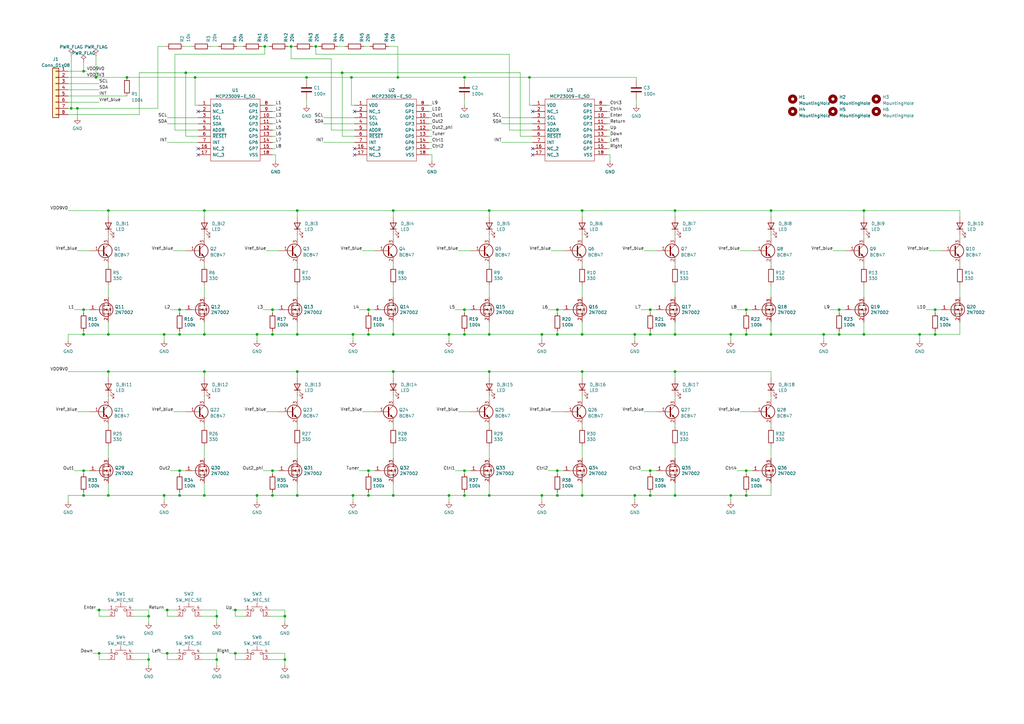
<source format=kicad_sch>
(kicad_sch (version 20211123) (generator eeschema)
  (paper "A3")
  (junction (at 116.84 252.73))
  (junction (at 228.6 127))
  (junction (at 73.66 193.04))
  (junction (at 40.64 250.19))
  (junction (at 161.29 203.2))
  (junction (at 161.29 137.16))
  (junction (at 190.5 193.04))
  (junction (at 111.76 193.04))
  (junction (at 67.31 137.16))
  (junction (at 151.13 127))
  (junction (at 96.52 267.97))
  (junction (at 151.13 203.2))
  (junction (at 238.76 86.36))
  (junction (at 52.07 31.75))
  (junction (at 184.15 137.16))
  (junction (at 383.54 137.16))
  (junction (at 29.21 44.45))
  (junction (at 354.33 86.36))
  (junction (at 44.45 203.2))
  (junction (at 299.72 203.2))
  (junction (at 200.66 203.2))
  (junction (at 266.7 203.2))
  (junction (at 222.25 203.2))
  (junction (at 228.6 137.16))
  (junction (at 116.84 270.51))
  (junction (at 222.25 137.16))
  (junction (at 151.13 137.16))
  (junction (at 276.86 86.36))
  (junction (at 73.66 137.16))
  (junction (at 306.07 193.04))
  (junction (at 190.5 127))
  (junction (at 88.9 270.51))
  (junction (at 163.195 31.75))
  (junction (at 119.38 19.05))
  (junction (at 316.23 86.36))
  (junction (at 73.66 203.2))
  (junction (at 377.19 137.16))
  (junction (at 34.29 127))
  (junction (at 151.13 193.04))
  (junction (at 344.17 137.16))
  (junction (at 190.5 137.16))
  (junction (at 121.92 137.16))
  (junction (at 276.86 203.2))
  (junction (at 88.9 252.73))
  (junction (at 144.78 137.16))
  (junction (at 354.33 137.16))
  (junction (at 383.54 127))
  (junction (at 83.82 203.2))
  (junction (at 125.73 31.75))
  (junction (at 190.5 31.75))
  (junction (at 276.86 152.4))
  (junction (at 228.6 193.04))
  (junction (at 44.45 137.16))
  (junction (at 121.92 86.36))
  (junction (at 67.31 203.2))
  (junction (at 44.45 86.36))
  (junction (at 105.41 137.16))
  (junction (at 200.66 137.16))
  (junction (at 276.86 137.16))
  (junction (at 266.7 193.04))
  (junction (at 111.76 203.2))
  (junction (at 31.75 44.45))
  (junction (at 83.82 86.36))
  (junction (at 260.35 137.16))
  (junction (at 337.82 137.16))
  (junction (at 144.145 31.75))
  (junction (at 306.07 127))
  (junction (at 217.17 31.75))
  (junction (at 34.29 29.21))
  (junction (at 111.76 127))
  (junction (at 96.52 250.19))
  (junction (at 121.92 152.4))
  (junction (at 260.35 203.2))
  (junction (at 40.64 267.97))
  (junction (at 306.07 203.2))
  (junction (at 111.76 137.16))
  (junction (at 60.96 252.73))
  (junction (at 306.07 137.16))
  (junction (at 34.29 193.04))
  (junction (at 68.58 250.19))
  (junction (at 238.76 137.16))
  (junction (at 228.6 203.2))
  (junction (at 34.29 203.2))
  (junction (at 76.2 29.845))
  (junction (at 108.585 19.05))
  (junction (at 266.7 137.16))
  (junction (at 80.01 31.75))
  (junction (at 83.82 137.16))
  (junction (at 200.66 86.36))
  (junction (at 129.54 19.05))
  (junction (at 200.66 152.4))
  (junction (at 316.23 137.16))
  (junction (at 238.76 152.4))
  (junction (at 299.72 137.16))
  (junction (at 161.29 152.4))
  (junction (at 161.29 86.36))
  (junction (at 39.37 31.75))
  (junction (at 190.5 203.2))
  (junction (at 121.92 203.2))
  (junction (at 44.45 152.4))
  (junction (at 140.335 29.845))
  (junction (at 266.7 127))
  (junction (at 34.29 137.16))
  (junction (at 73.66 127))
  (junction (at 60.96 270.51))
  (junction (at 68.58 267.97))
  (junction (at 344.17 127))
  (junction (at 144.78 203.2))
  (junction (at 83.82 152.4))
  (junction (at 105.41 203.2))
  (junction (at 184.15 203.2))
  (junction (at 238.76 203.2))
  (no_connect (at 218.44 60.96))
  (no_connect (at 145.415 63.5))
  (no_connect (at 145.415 60.96))
  (no_connect (at 145.415 45.72))
  (no_connect (at 81.28 63.5))
  (no_connect (at 81.28 45.72))
  (no_connect (at 81.28 60.96))
  (no_connect (at 218.44 45.72))
  (no_connect (at 218.44 63.5))
  (wire (pts (xy 73.66 203.2) (xy 83.82 203.2)))
  (wire (pts (xy 228.6 193.04) (xy 224.79 193.04)))
  (wire (pts (xy 64.77 19.05) (xy 67.945 19.05)))
  (wire (pts (xy 175.895 60.96) (xy 177.165 60.96)))
  (wire (pts (xy 386.08 127) (xy 383.54 127)))
  (wire (pts (xy 116.84 252.73) (xy 116.84 250.19)))
  (wire (pts (xy 248.92 55.88) (xy 250.19 55.88)))
  (wire (pts (xy 121.92 152.4) (xy 121.92 154.94)))
  (wire (pts (xy 175.895 63.5) (xy 177.165 63.5)))
  (wire (pts (xy 40.64 270.51) (xy 44.45 270.51)))
  (wire (pts (xy 121.92 107.95) (xy 121.92 109.22)))
  (wire (pts (xy 276.86 182.88) (xy 276.86 187.96)))
  (wire (pts (xy 36.83 193.04) (xy 34.29 193.04)))
  (wire (pts (xy 83.82 137.16) (xy 105.41 137.16)))
  (wire (pts (xy 303.53 168.91) (xy 308.61 168.91)))
  (wire (pts (xy 121.92 96.52) (xy 121.92 97.79)))
  (wire (pts (xy 200.66 132.08) (xy 200.66 137.16)))
  (wire (pts (xy 344.17 137.16) (xy 354.33 137.16)))
  (wire (pts (xy 119.38 24.13) (xy 135.89 24.13)))
  (wire (pts (xy 306.07 193.04) (xy 302.26 193.04)))
  (wire (pts (xy 44.45 96.52) (xy 44.45 97.79)))
  (wire (pts (xy 88.9 267.97) (xy 82.55 267.97)))
  (wire (pts (xy 129.54 22.225) (xy 208.915 22.225)))
  (wire (pts (xy 184.15 203.2) (xy 184.15 205.74)))
  (wire (pts (xy 44.45 198.12) (xy 44.45 203.2)))
  (wire (pts (xy 354.33 86.36) (xy 393.7 86.36)))
  (wire (pts (xy 238.76 198.12) (xy 238.76 203.2)))
  (wire (pts (xy 68.58 267.97) (xy 72.39 267.97)))
  (wire (pts (xy 116.84 270.51) (xy 116.84 267.97)))
  (wire (pts (xy 228.6 194.31) (xy 228.6 193.04)))
  (wire (pts (xy 60.96 250.19) (xy 54.61 250.19)))
  (wire (pts (xy 111.76 135.89) (xy 111.76 137.16)))
  (wire (pts (xy 190.5 135.89) (xy 190.5 137.16)))
  (wire (pts (xy 299.72 137.16) (xy 299.72 139.7)))
  (wire (pts (xy 67.31 203.2) (xy 73.66 203.2)))
  (wire (pts (xy 27.94 152.4) (xy 44.45 152.4)))
  (wire (pts (xy 129.54 19.05) (xy 129.54 22.225)))
  (wire (pts (xy 121.92 182.88) (xy 121.92 187.96)))
  (wire (pts (xy 34.29 201.93) (xy 34.29 203.2)))
  (wire (pts (xy 208.915 22.225) (xy 208.915 53.34)))
  (wire (pts (xy 111.76 193.04) (xy 107.95 193.04)))
  (wire (pts (xy 205.74 50.8) (xy 218.44 50.8)))
  (wire (pts (xy 44.45 86.36) (xy 83.82 86.36)))
  (wire (pts (xy 44.45 132.08) (xy 44.45 137.16)))
  (wire (pts (xy 132.715 58.42) (xy 145.415 58.42)))
  (wire (pts (xy 34.29 203.2) (xy 44.45 203.2)))
  (wire (pts (xy 306.07 128.27) (xy 306.07 127)))
  (wire (pts (xy 175.895 58.42) (xy 177.165 58.42)))
  (wire (pts (xy 260.985 40.64) (xy 260.985 43.18)))
  (wire (pts (xy 144.78 137.16) (xy 151.13 137.16)))
  (wire (pts (xy 88.9 270.51) (xy 88.9 273.05)))
  (wire (pts (xy 81.28 43.18) (xy 80.01 43.18)))
  (wire (pts (xy 184.15 137.16) (xy 184.15 139.7)))
  (wire (pts (xy 109.22 168.91) (xy 114.3 168.91)))
  (wire (pts (xy 306.07 127) (xy 302.26 127)))
  (wire (pts (xy 393.7 132.08) (xy 393.7 137.16)))
  (wire (pts (xy 175.895 43.18) (xy 177.165 43.18)))
  (wire (pts (xy 276.86 152.4) (xy 316.23 152.4)))
  (wire (pts (xy 96.52 250.19) (xy 96.52 252.73)))
  (wire (pts (xy 111.76 55.88) (xy 113.03 55.88)))
  (wire (pts (xy 113.03 63.5) (xy 113.03 66.04)))
  (wire (pts (xy 67.31 250.19) (xy 68.58 250.19)))
  (wire (pts (xy 145.415 43.18) (xy 144.145 43.18)))
  (wire (pts (xy 228.6 201.93) (xy 228.6 203.2)))
  (wire (pts (xy 27.94 203.2) (xy 34.29 203.2)))
  (wire (pts (xy 205.74 48.26) (xy 218.44 48.26)))
  (wire (pts (xy 83.82 152.4) (xy 121.92 152.4)))
  (wire (pts (xy 163.195 19.05) (xy 159.385 19.05)))
  (wire (pts (xy 151.13 203.2) (xy 161.29 203.2)))
  (wire (pts (xy 260.35 137.16) (xy 260.35 139.7)))
  (wire (pts (xy 200.66 152.4) (xy 238.76 152.4)))
  (wire (pts (xy 218.44 43.18) (xy 217.17 43.18)))
  (wire (pts (xy 248.92 43.18) (xy 250.19 43.18)))
  (wire (pts (xy 27.94 86.36) (xy 44.45 86.36)))
  (wire (pts (xy 184.15 137.16) (xy 190.5 137.16)))
  (wire (pts (xy 29.21 22.86) (xy 29.21 44.45)))
  (wire (pts (xy 163.195 31.75) (xy 163.195 19.05)))
  (wire (pts (xy 228.6 135.89) (xy 228.6 137.16)))
  (wire (pts (xy 337.82 137.16) (xy 337.82 139.7)))
  (wire (pts (xy 316.23 173.99) (xy 316.23 175.26)))
  (wire (pts (xy 40.64 36.83) (xy 27.94 36.83)))
  (wire (pts (xy 111.76 203.2) (xy 121.92 203.2)))
  (wire (pts (xy 111.76 127) (xy 107.95 127)))
  (wire (pts (xy 276.86 96.52) (xy 276.86 97.79)))
  (wire (pts (xy 248.92 53.34) (xy 250.19 53.34)))
  (wire (pts (xy 161.29 152.4) (xy 200.66 152.4)))
  (wire (pts (xy 316.23 182.88) (xy 316.23 187.96)))
  (wire (pts (xy 75.565 19.05) (xy 78.74 19.05)))
  (wire (pts (xy 83.82 86.36) (xy 121.92 86.36)))
  (wire (pts (xy 354.33 132.08) (xy 354.33 137.16)))
  (wire (pts (xy 260.35 203.2) (xy 266.7 203.2)))
  (wire (pts (xy 222.25 203.2) (xy 222.25 205.74)))
  (wire (pts (xy 354.33 86.36) (xy 354.33 88.9)))
  (wire (pts (xy 73.66 135.89) (xy 73.66 137.16)))
  (wire (pts (xy 200.66 107.95) (xy 200.66 109.22)))
  (wire (pts (xy 238.76 137.16) (xy 260.35 137.16)))
  (wire (pts (xy 193.04 193.04) (xy 190.5 193.04)))
  (wire (pts (xy 308.61 193.04) (xy 306.07 193.04)))
  (wire (pts (xy 116.84 252.73) (xy 110.49 252.73)))
  (wire (pts (xy 34.29 128.27) (xy 34.29 127)))
  (wire (pts (xy 299.72 137.16) (xy 306.07 137.16)))
  (wire (pts (xy 44.45 250.19) (xy 40.64 250.19)))
  (wire (pts (xy 238.76 132.08) (xy 238.76 137.16)))
  (wire (pts (xy 71.12 168.91) (xy 76.2 168.91)))
  (wire (pts (xy 200.66 182.88) (xy 200.66 187.96)))
  (wire (pts (xy 161.29 132.08) (xy 161.29 137.16)))
  (wire (pts (xy 40.64 252.73) (xy 44.45 252.73)))
  (wire (pts (xy 238.76 86.36) (xy 276.86 86.36)))
  (wire (pts (xy 68.58 252.73) (xy 72.39 252.73)))
  (wire (pts (xy 96.52 270.51) (xy 100.33 270.51)))
  (wire (pts (xy 222.25 137.16) (xy 222.25 139.7)))
  (wire (pts (xy 266.7 127) (xy 262.89 127)))
  (wire (pts (xy 31.75 44.45) (xy 31.75 48.26)))
  (wire (pts (xy 190.5 137.16) (xy 200.66 137.16)))
  (wire (pts (xy 175.895 55.88) (xy 177.165 55.88)))
  (wire (pts (xy 76.2 29.845) (xy 76.2 55.88)))
  (wire (pts (xy 161.29 198.12) (xy 161.29 203.2)))
  (wire (pts (xy 266.7 193.04) (xy 262.89 193.04)))
  (wire (pts (xy 44.45 152.4) (xy 83.82 152.4)))
  (wire (pts (xy 44.45 116.84) (xy 44.45 121.92)))
  (wire (pts (xy 27.94 39.37) (xy 52.07 39.37)))
  (wire (pts (xy 40.64 34.29) (xy 27.94 34.29)))
  (wire (pts (xy 83.82 107.95) (xy 83.82 109.22)))
  (wire (pts (xy 93.98 267.97) (xy 96.52 267.97)))
  (wire (pts (xy 187.96 168.91) (xy 193.04 168.91)))
  (wire (pts (xy 31.75 102.87) (xy 36.83 102.87)))
  (wire (pts (xy 97.155 19.05) (xy 99.695 19.05)))
  (wire (pts (xy 128.27 19.05) (xy 129.54 19.05)))
  (wire (pts (xy 135.89 24.13) (xy 135.89 53.34)))
  (wire (pts (xy 88.9 250.19) (xy 82.55 250.19)))
  (wire (pts (xy 60.96 270.51) (xy 60.96 273.05)))
  (wire (pts (xy 276.86 107.95) (xy 276.86 109.22)))
  (wire (pts (xy 226.06 102.87) (xy 231.14 102.87)))
  (wire (pts (xy 44.45 182.88) (xy 44.45 187.96)))
  (wire (pts (xy 175.895 53.34) (xy 177.165 53.34)))
  (wire (pts (xy 383.54 137.16) (xy 393.7 137.16)))
  (wire (pts (xy 105.41 137.16) (xy 111.76 137.16)))
  (wire (pts (xy 264.16 168.91) (xy 269.24 168.91)))
  (wire (pts (xy 107.315 19.05) (xy 108.585 19.05)))
  (wire (pts (xy 73.66 127) (xy 69.85 127)))
  (wire (pts (xy 337.82 137.16) (xy 344.17 137.16)))
  (wire (pts (xy 238.76 173.99) (xy 238.76 175.26)))
  (wire (pts (xy 148.59 102.87) (xy 153.67 102.87)))
  (wire (pts (xy 238.76 96.52) (xy 238.76 97.79)))
  (wire (pts (xy 299.72 203.2) (xy 306.07 203.2)))
  (wire (pts (xy 129.54 19.05) (xy 130.81 19.05)))
  (wire (pts (xy 248.92 63.5) (xy 250.19 63.5)))
  (wire (pts (xy 316.23 198.12) (xy 316.23 203.2)))
  (wire (pts (xy 114.3 127) (xy 111.76 127)))
  (wire (pts (xy 177.165 63.5) (xy 177.165 66.04)))
  (wire (pts (xy 151.13 194.31) (xy 151.13 193.04)))
  (wire (pts (xy 341.63 102.87) (xy 346.71 102.87)))
  (wire (pts (xy 226.06 168.91) (xy 231.14 168.91)))
  (wire (pts (xy 344.17 127) (xy 340.36 127)))
  (wire (pts (xy 238.76 152.4) (xy 238.76 154.94)))
  (wire (pts (xy 66.04 267.97) (xy 68.58 267.97)))
  (wire (pts (xy 153.67 127) (xy 151.13 127)))
  (wire (pts (xy 67.31 137.16) (xy 67.31 139.7)))
  (wire (pts (xy 308.61 127) (xy 306.07 127)))
  (wire (pts (xy 121.92 86.36) (xy 121.92 88.9)))
  (wire (pts (xy 200.66 137.16) (xy 222.25 137.16)))
  (wire (pts (xy 34.29 193.04) (xy 30.48 193.04)))
  (wire (pts (xy 248.92 60.96) (xy 250.19 60.96)))
  (wire (pts (xy 34.29 25.4) (xy 34.29 29.21)))
  (wire (pts (xy 161.29 107.95) (xy 161.29 109.22)))
  (wire (pts (xy 190.5 31.75) (xy 190.5 33.02)))
  (wire (pts (xy 276.86 198.12) (xy 276.86 203.2)))
  (wire (pts (xy 269.24 127) (xy 266.7 127)))
  (wire (pts (xy 200.66 203.2) (xy 222.25 203.2)))
  (wire (pts (xy 27.94 31.75) (xy 39.37 31.75)))
  (wire (pts (xy 108.585 19.05) (xy 108.585 22.225)))
  (wire (pts (xy 96.52 252.73) (xy 100.33 252.73)))
  (wire (pts (xy 100.33 267.97) (xy 96.52 267.97)))
  (wire (pts (xy 276.86 137.16) (xy 299.72 137.16)))
  (wire (pts (xy 144.78 137.16) (xy 144.78 139.7)))
  (wire (pts (xy 138.43 19.05) (xy 141.605 19.05)))
  (wire (pts (xy 306.07 135.89) (xy 306.07 137.16)))
  (wire (pts (xy 121.92 86.36) (xy 161.29 86.36)))
  (wire (pts (xy 60.96 252.73) (xy 60.96 250.19)))
  (wire (pts (xy 105.41 137.16) (xy 105.41 139.7)))
  (wire (pts (xy 303.53 102.87) (xy 308.61 102.87)))
  (wire (pts (xy 161.29 116.84) (xy 161.29 121.92)))
  (wire (pts (xy 266.7 194.31) (xy 266.7 193.04)))
  (wire (pts (xy 68.58 270.51) (xy 72.39 270.51)))
  (wire (pts (xy 105.41 203.2) (xy 105.41 205.74)))
  (wire (pts (xy 161.29 86.36) (xy 200.66 86.36)))
  (wire (pts (xy 111.76 128.27) (xy 111.76 127)))
  (wire (pts (xy 248.92 58.42) (xy 250.19 58.42)))
  (wire (pts (xy 248.92 50.8) (xy 250.19 50.8)))
  (wire (pts (xy 316.23 116.84) (xy 316.23 121.92)))
  (wire (pts (xy 34.29 137.16) (xy 44.45 137.16)))
  (wire (pts (xy 96.52 267.97) (xy 96.52 270.51)))
  (wire (pts (xy 135.89 53.34) (xy 145.415 53.34)))
  (wire (pts (xy 73.66 194.31) (xy 73.66 193.04)))
  (wire (pts (xy 88.9 252.73) (xy 82.55 252.73)))
  (wire (pts (xy 175.895 48.26) (xy 177.165 48.26)))
  (wire (pts (xy 83.82 116.84) (xy 83.82 121.92)))
  (wire (pts (xy 276.86 203.2) (xy 299.72 203.2)))
  (wire (pts (xy 96.52 250.19) (xy 95.25 250.19)))
  (wire (pts (xy 125.73 40.64) (xy 125.73 43.18)))
  (wire (pts (xy 73.66 137.16) (xy 83.82 137.16)))
  (wire (pts (xy 73.66 201.93) (xy 73.66 203.2)))
  (wire (pts (xy 377.19 137.16) (xy 377.19 139.7)))
  (wire (pts (xy 111.76 194.31) (xy 111.76 193.04)))
  (wire (pts (xy 354.33 137.16) (xy 377.19 137.16)))
  (wire (pts (xy 121.92 116.84) (xy 121.92 121.92)))
  (wire (pts (xy 231.14 127) (xy 228.6 127)))
  (wire (pts (xy 200.66 116.84) (xy 200.66 121.92)))
  (wire (pts (xy 44.45 154.94) (xy 44.45 152.4)))
  (wire (pts (xy 83.82 182.88) (xy 83.82 187.96)))
  (wire (pts (xy 68.58 250.19) (xy 68.58 252.73)))
  (wire (pts (xy 276.86 86.36) (xy 316.23 86.36)))
  (wire (pts (xy 316.23 137.16) (xy 337.82 137.16)))
  (wire (pts (xy 121.92 132.08) (xy 121.92 137.16)))
  (wire (pts (xy 109.22 102.87) (xy 114.3 102.87)))
  (wire (pts (xy 116.84 270.51) (xy 116.84 273.05)))
  (wire (pts (xy 118.11 19.05) (xy 119.38 19.05)))
  (wire (pts (xy 200.66 96.52) (xy 200.66 97.79)))
  (wire (pts (xy 88.9 270.51) (xy 82.55 270.51)))
  (wire (pts (xy 111.76 58.42) (xy 113.03 58.42)))
  (wire (pts (xy 161.29 152.4) (xy 161.29 154.94)))
  (wire (pts (xy 40.64 250.19) (xy 39.37 250.19)))
  (wire (pts (xy 354.33 107.95) (xy 354.33 109.22)))
  (wire (pts (xy 116.84 250.19) (xy 110.49 250.19)))
  (wire (pts (xy 100.33 250.19) (xy 96.52 250.19)))
  (wire (pts (xy 52.07 31.75) (xy 80.01 31.75)))
  (wire (pts (xy 190.5 40.64) (xy 190.5 43.18)))
  (wire (pts (xy 44.45 107.95) (xy 44.45 109.22)))
  (wire (pts (xy 190.5 203.2) (xy 200.66 203.2)))
  (wire (pts (xy 116.84 252.73) (xy 116.84 255.27)))
  (wire (pts (xy 187.96 102.87) (xy 193.04 102.87)))
  (wire (pts (xy 161.29 162.56) (xy 161.29 163.83)))
  (wire (pts (xy 231.14 193.04) (xy 228.6 193.04)))
  (wire (pts (xy 316.23 152.4) (xy 316.23 154.94)))
  (wire (pts (xy 144.78 203.2) (xy 144.78 205.74)))
  (wire (pts (xy 228.6 137.16) (xy 238.76 137.16)))
  (wire (pts (xy 67.31 137.16) (xy 73.66 137.16)))
  (wire (pts (xy 213.36 29.845) (xy 213.36 55.88)))
  (wire (pts (xy 116.84 267.97) (xy 110.49 267.97)))
  (wire (pts (xy 200.66 162.56) (xy 200.66 163.83)))
  (wire (pts (xy 346.71 127) (xy 344.17 127)))
  (wire (pts (xy 383.54 127) (xy 379.73 127)))
  (wire (pts (xy 34.29 135.89) (xy 34.29 137.16)))
  (wire (pts (xy 161.29 86.36) (xy 161.29 88.9)))
  (wire (pts (xy 205.74 58.42) (xy 218.44 58.42)))
  (wire (pts (xy 238.76 116.84) (xy 238.76 121.92)))
  (wire (pts (xy 116.84 270.51) (xy 110.49 270.51)))
  (wire (pts (xy 151.13 137.16) (xy 161.29 137.16)))
  (wire (pts (xy 44.45 173.99) (xy 44.45 175.26)))
  (wire (pts (xy 40.64 250.19) (xy 40.64 252.73)))
  (wire (pts (xy 125.73 31.75) (xy 125.73 33.02)))
  (wire (pts (xy 393.7 96.52) (xy 393.7 97.79)))
  (wire (pts (xy 161.29 182.88) (xy 161.29 187.96)))
  (wire (pts (xy 238.76 107.95) (xy 238.76 109.22)))
  (wire (pts (xy 80.01 31.75) (xy 80.01 43.18)))
  (wire (pts (xy 163.195 31.75) (xy 190.5 31.75)))
  (wire (pts (xy 83.82 132.08) (xy 83.82 137.16)))
  (wire (pts (xy 121.92 173.99) (xy 121.92 175.26)))
  (wire (pts (xy 86.36 19.05) (xy 89.535 19.05)))
  (wire (pts (xy 161.29 203.2) (xy 184.15 203.2)))
  (wire (pts (xy 68.58 267.97) (xy 68.58 270.51)))
  (wire (pts (xy 276.86 86.36) (xy 276.86 88.9)))
  (wire (pts (xy 149.225 19.05) (xy 151.765 19.05)))
  (wire (pts (xy 57.15 29.845) (xy 76.2 29.845)))
  (wire (pts (xy 125.73 31.75) (xy 144.145 31.75)))
  (wire (pts (xy 40.64 267.97) (xy 40.64 270.51)))
  (wire (pts (xy 193.04 127) (xy 190.5 127)))
  (wire (pts (xy 393.7 86.36) (xy 393.7 88.9)))
  (wire (pts (xy 250.19 63.5) (xy 250.19 66.04)))
  (wire (pts (xy 121.92 152.4) (xy 161.29 152.4)))
  (wire (pts (xy 151.13 127) (xy 147.32 127)))
  (wire (pts (xy 144.145 31.75) (xy 144.145 43.18)))
  (wire (pts (xy 151.13 201.93) (xy 151.13 203.2)))
  (wire (pts (xy 153.67 193.04) (xy 151.13 193.04)))
  (wire (pts (xy 44.45 267.97) (xy 40.64 267.97)))
  (wire (pts (xy 68.58 50.8) (xy 81.28 50.8)))
  (wire (pts (xy 264.16 102.87) (xy 269.24 102.87)))
  (wire (pts (xy 34.29 29.21) (xy 35.56 29.21)))
  (wire (pts (xy 306.07 137.16) (xy 316.23 137.16)))
  (wire (pts (xy 83.82 198.12) (xy 83.82 203.2)))
  (wire (pts (xy 73.66 128.27) (xy 73.66 127)))
  (wire (pts (xy 276.86 152.4) (xy 276.86 154.94)))
  (wire (pts (xy 76.2 127) (xy 73.66 127)))
  (wire (pts (xy 111.76 48.26) (xy 113.03 48.26)))
  (wire (pts (xy 132.715 50.8) (xy 145.415 50.8)))
  (wire (pts (xy 121.92 137.16) (xy 144.78 137.16)))
  (wire (pts (xy 354.33 116.84) (xy 354.33 121.92)))
  (wire (pts (xy 190.5 127) (xy 186.69 127)))
  (wire (pts (xy 27.94 137.16) (xy 34.29 137.16)))
  (wire (pts (xy 238.76 182.88) (xy 238.76 187.96)))
  (wire (pts (xy 111.76 43.18) (xy 113.03 43.18)))
  (wire (pts (xy 316.23 86.36) (xy 354.33 86.36)))
  (wire (pts (xy 276.86 162.56) (xy 276.86 163.83)))
  (wire (pts (xy 140.335 29.845) (xy 213.36 29.845)))
  (wire (pts (xy 144.78 203.2) (xy 151.13 203.2)))
  (wire (pts (xy 111.76 201.93) (xy 111.76 203.2)))
  (wire (pts (xy 108.585 22.225) (xy 71.755 22.225)))
  (wire (pts (xy 111.76 137.16) (xy 121.92 137.16)))
  (wire (pts (xy 44.45 137.16) (xy 67.31 137.16)))
  (wire (pts (xy 71.755 53.34) (xy 81.28 53.34)))
  (wire (pts (xy 316.23 86.36) (xy 316.23 88.9)))
  (wire (pts (xy 76.2 55.88) (xy 81.28 55.88)))
  (wire (pts (xy 34.29 127) (xy 30.48 127)))
  (wire (pts (xy 276.86 173.99) (xy 276.86 175.26)))
  (wire (pts (xy 354.33 96.52) (xy 354.33 97.79)))
  (wire (pts (xy 119.38 19.05) (xy 120.65 19.05)))
  (wire (pts (xy 269.24 193.04) (xy 266.7 193.04)))
  (wire (pts (xy 34.29 194.31) (xy 34.29 193.04)))
  (wire (pts (xy 83.82 203.2) (xy 105.41 203.2)))
  (wire (pts (xy 105.41 203.2) (xy 111.76 203.2)))
  (wire (pts (xy 83.82 86.36) (xy 83.82 88.9)))
  (wire (pts (xy 222.25 137.16) (xy 228.6 137.16)))
  (wire (pts (xy 190.5 201.93) (xy 190.5 203.2)))
  (wire (pts (xy 266.7 135.89) (xy 266.7 137.16)))
  (wire (pts (xy 111.76 60.96) (xy 113.03 60.96)))
  (wire (pts (xy 111.76 50.8) (xy 113.03 50.8)))
  (wire (pts (xy 248.92 48.26) (xy 250.19 48.26)))
  (wire (pts (xy 44.45 203.2) (xy 67.31 203.2)))
  (wire (pts (xy 266.7 128.27) (xy 266.7 127)))
  (wire (pts (xy 83.82 173.99) (xy 83.82 175.26)))
  (wire (pts (xy 190.5 31.75) (xy 217.17 31.75)))
  (wire (pts (xy 190.5 194.31) (xy 190.5 193.04)))
  (wire (pts (xy 316.23 132.08) (xy 316.23 137.16)))
  (wire (pts (xy 161.29 173.99) (xy 161.29 175.26)))
  (wire (pts (xy 111.76 53.34) (xy 113.03 53.34)))
  (wire (pts (xy 67.31 203.2) (xy 67.31 205.74)))
  (wire (pts (xy 44.45 162.56) (xy 44.45 163.83)))
  (wire (pts (xy 266.7 137.16) (xy 276.86 137.16)))
  (wire (pts (xy 238.76 86.36) (xy 238.76 88.9)))
  (wire (pts (xy 217.17 31.75) (xy 217.17 43.18)))
  (wire (pts (xy 60.96 252.73) (xy 54.61 252.73)))
  (wire (pts (xy 306.07 201.93) (xy 306.07 203.2)))
  (wire (pts (xy 80.01 31.75) (xy 125.73 31.75)))
  (wire (pts (xy 27.94 44.45) (xy 29.21 44.45)))
  (wire (pts (xy 88.9 270.51) (xy 88.9 267.97)))
  (wire (pts (xy 161.29 137.16) (xy 184.15 137.16)))
  (wire (pts (xy 39.37 22.86) (xy 39.37 31.75)))
  (wire (pts (xy 71.12 102.87) (xy 76.2 102.87)))
  (wire (pts (xy 190.5 128.27) (xy 190.5 127)))
  (wire (pts (xy 228.6 128.27) (xy 228.6 127)))
  (wire (pts (xy 208.915 53.34) (xy 218.44 53.34)))
  (wire (pts (xy 260.35 203.2) (xy 260.35 205.74)))
  (wire (pts (xy 39.37 31.75) (xy 52.07 31.75)))
  (wire (pts (xy 393.7 116.84) (xy 393.7 121.92)))
  (wire (pts (xy 175.895 45.72) (xy 177.165 45.72)))
  (wire (pts (xy 68.58 58.42) (xy 81.28 58.42)))
  (wire (pts (xy 184.15 203.2) (xy 190.5 203.2)))
  (wire (pts (xy 73.66 193.04) (xy 69.85 193.04)))
  (wire (pts (xy 60.96 270.51) (xy 60.96 267.97)))
  (wire (pts (xy 76.2 193.04) (xy 73.66 193.04)))
  (wire (pts (xy 151.13 135.89) (xy 151.13 137.16)))
  (wire (pts (xy 316.23 107.95) (xy 316.23 109.22)))
  (wire (pts (xy 29.21 44.45) (xy 31.75 44.45)))
  (wire (pts (xy 175.895 50.8) (xy 177.165 50.8)))
  (wire (pts (xy 200.66 152.4) (xy 200.66 154.94)))
  (wire (pts (xy 57.15 46.99) (xy 57.15 29.845)))
  (wire (pts (xy 200.66 173.99) (xy 200.66 175.26)))
  (wire (pts (xy 111.76 63.5) (xy 113.03 63.5)))
  (wire (pts (xy 27.94 203.2) (xy 27.94 205.74)))
  (wire (pts (xy 60.96 267.97) (xy 54.61 267.97)))
  (wire (pts (xy 228.6 203.2) (xy 238.76 203.2)))
  (wire (pts (xy 381 102.87) (xy 386.08 102.87)))
  (wire (pts (xy 27.94 46.99) (xy 57.15 46.99)))
  (wire (pts (xy 36.83 127) (xy 34.29 127)))
  (wire (pts (xy 266.7 201.93) (xy 266.7 203.2)))
  (wire (pts (xy 316.23 162.56) (xy 316.23 163.83)))
  (wire (pts (xy 299.72 203.2) (xy 299.72 205.74)))
  (wire (pts (xy 68.58 48.26) (xy 81.28 48.26)))
  (wire (pts (xy 217.17 31.75) (xy 260.985 31.75)))
  (wire (pts (xy 276.86 116.84) (xy 276.86 121.92)))
  (wire (pts (xy 38.1 267.97) (xy 40.64 267.97)))
  (wire (pts (xy 121.92 203.2) (xy 144.78 203.2)))
  (wire (pts (xy 228.6 127) (xy 224.79 127)))
  (wire (pts (xy 83.82 152.4) (xy 83.82 154.94)))
  (wire (pts (xy 306.07 194.31) (xy 306.07 193.04)))
  (wire (pts (xy 132.715 48.26) (xy 145.415 48.26)))
  (wire (pts (xy 140.335 55.88) (xy 145.415 55.88)))
  (wire (pts (xy 114.3 193.04) (xy 111.76 193.04)))
  (wire (pts (xy 238.76 203.2) (xy 260.35 203.2)))
  (wire (pts (xy 144.145 31.75) (xy 163.195 31.75)))
  (wire (pts (xy 200.66 198.12) (xy 200.66 203.2)))
  (wire (pts (xy 71.755 22.225) (xy 71.755 53.34)))
  (wire (pts (xy 161.29 96.52) (xy 161.29 97.79)))
  (wire (pts (xy 238.76 162.56) (xy 238.76 163.83)))
  (wire (pts (xy 27.94 41.91) (xy 40.64 41.91)))
  (wire (pts (xy 213.36 55.88) (xy 218.44 55.88)))
  (wire (pts (xy 64.77 44.45) (xy 64.77 19.05)))
  (wire (pts (xy 151.13 128.27) (xy 151.13 127)))
  (wire (pts (xy 121.92 198.12) (xy 121.92 203.2)))
  (wire (pts (xy 238.76 152.4) (xy 276.86 152.4)))
  (wire (pts (xy 344.17 128.27) (xy 344.17 127)))
  (wire (pts (xy 260.985 31.75) (xy 260.985 33.02)))
  (wire (pts (xy 83.82 96.52) (xy 83.82 97.79)))
  (wire (pts (xy 377.19 137.16) (xy 383.54 137.16)))
  (wire (pts (xy 140.335 29.845) (xy 140.335 55.88)))
  (wire (pts (xy 68.58 250.19) (xy 72.39 250.19)))
  (wire (pts (xy 60.96 252.73) (xy 60.96 255.27)))
  (wire (pts (xy 200.66 86.36) (xy 200.66 88.9)))
  (wire (pts (xy 200.66 86.36) (xy 238.76 86.36)))
  (wire (pts (xy 76.2 29.845) (xy 140.335 29.845)))
  (wire (pts (xy 190.5 193.04) (xy 186.69 193.04)))
  (wire (pts (xy 44.45 88.9) (xy 44.45 86.36)))
  (wire (pts (xy 60.96 270.51) (xy 54.61 270.51)))
  (wire (pts (xy 148.59 168.91) (xy 153.67 168.91)))
  (wire (pts (xy 383.54 128.27) (xy 383.54 127)))
  (wire (pts (xy 344.17 135.89) (xy 344.17 137.16)))
  (wire (pts (xy 266.7 203.2) (xy 276.86 203.2)))
  (wire (pts (xy 27.94 137.16) (xy 27.94 139.7)))
  (wire (pts (xy 31.75 44.45) (xy 64.77 44.45)))
  (wire (pts (xy 88.9 252.73) (xy 88.9 255.27)))
  (wire (pts (xy 119.38 19.05) (xy 119.38 24.13)))
  (wire (pts (xy 260.35 137.16) (xy 266.7 137.16)))
  (wire (pts (xy 83.82 162.56) (xy 83.82 163.83)))
  (wire (pts (xy 248.92 45.72) (xy 250.19 45.72)))
  (wire (pts (xy 306.07 203.2) (xy 316.23 203.2)))
  (wire (pts (xy 88.9 252.73) (xy 88.9 250.19)))
  (wire (pts (xy 383.54 135.89) (xy 383.54 137.16)))
  (wire (pts (xy 316.23 96.52) (xy 316.23 97.79)))
  (wire (pts (xy 276.86 132.08) (xy 276.86 137.16)))
  (wire (pts (xy 151.13 193.04) (xy 147.32 193.04)))
  (wire (pts (xy 27.94 29.21) (xy 34.29 29.21)))
  (wire (pts (xy 108.585 19.05) (xy 110.49 19.05)))
  (wire (pts (xy 31.75 168.91) (xy 36.83 168.91)))
  (wire (pts (xy 222.25 203.2) (xy 228.6 203.2)))
  (wire (pts (xy 111.76 45.72) (xy 113.03 45.72)))
  (wire (pts (xy 121.92 162.56) (xy 121.92 163.83)))
  (wire (pts (xy 393.7 107.95) (xy 393.7 109.22)))
  (label "Vref_blue" (at 148.59 168.91 180))
  (label "L1" (at 30.48 127 180))
  (label "L1" (at 113.03 43.18 0))
  (label "Up" (at 250.19 53.34 0))
  (label "Enter" (at 39.37 250.19 180))
  (label "Vref_blue" (at 226.06 168.91 180))
  (label "Vref_blue" (at 303.53 102.87 180))
  (label "L10" (at 379.73 127 180))
  (label "Tuner" (at 147.32 193.04 180))
  (label "SCL" (at 132.715 48.26 180))
  (label "Down" (at 38.1 267.97 180))
  (label "Vref_blue" (at 381 102.87 180))
  (label "INT" (at 205.74 58.42 180))
  (label "Ctrl4" (at 302.26 193.04 180))
  (label "L5" (at 113.03 53.34 0))
  (label "L9" (at 177.165 43.18 0))
  (label "VDD9V0" (at 27.94 152.4 180))
  (label "Right" (at 93.98 267.97 180))
  (label "Vref_blue" (at 303.53 168.91 180))
  (label "Vref_blue" (at 187.96 168.91 180))
  (label "Left" (at 66.04 267.97 180))
  (label "Vref_blue" (at 109.22 102.87 180))
  (label "Ctrl3" (at 250.19 43.18 0))
  (label "Out1" (at 177.165 48.26 0))
  (label "VDD9V0" (at 27.94 86.36 180))
  (label "L3" (at 113.03 48.26 0))
  (label "INT" (at 40.64 39.37 0))
  (label "Out1" (at 30.48 193.04 180))
  (label "Ctrl2" (at 224.79 193.04 180))
  (label "L6" (at 224.79 127 180))
  (label "VDD9V0" (at 35.56 29.21 0))
  (label "Out2" (at 69.85 193.04 180))
  (label "L5" (at 186.69 127 180))
  (label "L7" (at 262.89 127 180))
  (label "Out2_phi" (at 177.165 53.34 0))
  (label "SDA" (at 132.715 50.8 180))
  (label "Vref_blue" (at 264.16 102.87 180))
  (label "Ctrl1" (at 186.69 193.04 180))
  (label "Right" (at 250.19 60.96 0))
  (label "Up" (at 95.25 250.19 180))
  (label "L2" (at 113.03 45.72 0))
  (label "SDA" (at 68.58 50.8 180))
  (label "L10" (at 177.165 45.72 0))
  (label "SCL" (at 68.58 48.26 180))
  (label "Left" (at 250.19 58.42 0))
  (label "Vref_blue" (at 264.16 168.91 180))
  (label "Ctrl3" (at 262.89 193.04 180))
  (label "L8" (at 302.26 127 180))
  (label "SDA" (at 205.74 50.8 180))
  (label "L6" (at 113.03 55.88 0))
  (label "Out2_phi" (at 107.95 193.04 180))
  (label "L7" (at 113.03 58.42 0))
  (label "Vref_blue" (at 109.22 168.91 180))
  (label "Vref_blue" (at 71.12 102.87 180))
  (label "L9" (at 340.36 127 180))
  (label "VDD3V3" (at 35.56 31.75 0))
  (label "L3" (at 107.95 127 180))
  (label "SCL" (at 40.64 34.29 0))
  (label "Ctrl2" (at 177.165 60.96 0))
  (label "Vref_blue" (at 341.63 102.87 180))
  (label "Ctrl1" (at 177.165 58.42 0))
  (label "INT" (at 68.58 58.42 180))
  (label "Vref_blue" (at 31.75 168.91 180))
  (label "Enter" (at 250.19 48.26 0))
  (label "Vref_blue" (at 31.75 102.87 180))
  (label "Down" (at 250.19 55.88 0))
  (label "L4" (at 147.32 127 180))
  (label "Vref_blue" (at 71.12 168.91 180))
  (label "Out2" (at 177.165 50.8 0))
  (label "SCL" (at 205.74 48.26 180))
  (label "Tuner" (at 177.165 55.88 0))
  (label "L8" (at 113.03 60.96 0))
  (label "Vref_blue" (at 187.96 102.87 180))
  (label "Ctrl4" (at 250.19 45.72 0))
  (label "Return" (at 67.31 250.19 180))
  (label "SDA" (at 40.64 36.83 0))
  (label "Vref_blue" (at 148.59 102.87 180))
  (label "Vref_blue" (at 226.06 102.87 180))
  (label "Return" (at 250.19 50.8 0))
  (label "INT" (at 132.715 58.42 180))
  (label "L4" (at 113.03 50.8 0))
  (label "L2" (at 69.85 127 180))
  (label "Vref_blue" (at 40.64 41.91 0))
  (symbol (lib_id "power:GND") (at 250.19 66.04 0) (unit 1)
    (property "Reference" "#PWR08" (effects hide))
    (property "Value" "GND" (at 250.19 70.4834 0))
  )
  (symbol (lib_id "Transistor_BJT:BC847") (at 313.69 102.87 0) (unit 1)
    (property "Reference" "Q8" (at 318.5414 102.0353 0) (effects (justify left)))
    (property "Value" "BC847" (at 318.5414 104.5722 0) (effects (justify left)))
    (property "Footprint" "Package_TO_SOT_SMD:SOT-23" (effects hide))
    (property "Datasheet" "http://www.infineon.com/dgdl/Infineon-BC847SERIES_BC848SERIES_BC849SERIES_BC850SERIES-DS-v01_01-en.pdf?fileId=db3a304314dca389011541d4630a1657" (effects hide))
  )
  (symbol (lib_id "Transistor_FET:2N7002") (at 198.12 193.04 0) (unit 1)
    (property "Reference" "Q33" (at 203.3016 191.8716 0) (effects (justify left)))
    (property "Value" "2N7002" (at 203.3016 194.183 0) (effects (justify left)))
    (property "Footprint" "Package_TO_SOT_SMD:SOT-23" (effects hide))
    (property "Datasheet" "https://www.onsemi.com/pub/Collateral/NDS7002A-D.PDF" (effects hide))
  )
  (symbol (lib_id "Device:R") (at 276.86 179.07 0) (unit 1)
    (property "Reference" "R31" (at 278.638 177.9016 0) (effects (justify left)))
    (property "Value" "330" (at 278.638 180.213 0) (effects (justify left)))
    (property "Footprint" "Resistor_SMD:R_1206_3216Metric_Pad1.30x1.75mm_HandSolder" (effects hide))
  )
  (symbol (lib_id "Device:R") (at 238.76 179.07 0) (unit 1)
    (property "Reference" "R30" (at 240.538 177.9016 0) (effects (justify left)))
    (property "Value" "330" (at 240.538 180.213 0) (effects (justify left)))
    (property "Footprint" "Resistor_SMD:R_1206_3216Metric_Pad1.30x1.75mm_HandSolder" (effects hide))
  )
  (symbol (lib_id "Device:C") (at 190.5 36.83 0) (unit 1)
    (property "Reference" "C2" (at 193.421 35.9953 0) (effects (justify left)))
    (property "Value" "100n" (at 193.421 38.5322 0) (effects (justify left)))
    (property "Footprint" "Capacitor_SMD:C_1206_3216Metric_Pad1.33x1.80mm_HandSolder" (effects hide))
  )
  (symbol (lib_id "Device:R") (at 73.66 198.12 0) (unit 1)
    (property "Reference" "R34" (at 75.438 196.9516 0) (effects (justify left)))
    (property "Value" "100k" (at 75.438 199.263 0) (effects (justify left)))
    (property "Footprint" "Resistor_SMD:R_1206_3216Metric_Pad1.30x1.75mm_HandSolder" (effects hide))
  )
  (symbol (lib_id "Connector_Generic:Conn_01x08") (at 22.86 36.83 0) (mirror y) (unit 1)
    (property "Reference" "J1" (at 22.86 24.2402 0))
    (property "Value" "Conn_01x08" (at 22.86 26.7771 0))
    (property "Footprint" "Connector_JST:JST_PH_B8B-PH-K_1x08_P2.00mm_Vertical" (effects hide))
  )
  (symbol (lib_id "Device:R") (at 228.6 132.08 0) (unit 1)
    (property "Reference" "R20" (at 230.378 130.9116 0) (effects (justify left)))
    (property "Value" "100k" (at 230.378 133.223 0) (effects (justify left)))
    (property "Footprint" "Resistor_SMD:R_1206_3216Metric_Pad1.30x1.75mm_HandSolder" (effects hide))
  )
  (symbol (lib_id "Transistor_BJT:BC847") (at 198.12 168.91 0) (unit 1)
    (property "Reference" "Q25" (at 202.9714 168.0753 0) (effects (justify left)))
    (property "Value" "BC847" (at 202.9714 170.6122 0) (effects (justify left)))
    (property "Footprint" "Package_TO_SOT_SMD:SOT-23" (effects hide))
    (property "Datasheet" "http://www.infineon.com/dgdl/Infineon-BC847SERIES_BC848SERIES_BC849SERIES_BC850SERIES-DS-v01_01-en.pdf?fileId=db3a304314dca389011541d4630a1657" (effects hide))
  )
  (symbol (lib_id "power:GND") (at 105.41 139.7 0) (unit 1)
    (property "Reference" "#PWR013" (effects hide))
    (property "Value" "GND" (at 105.41 144.1434 0))
  )
  (symbol (lib_id "Transistor_FET:2N7002") (at 158.75 193.04 0) (unit 1)
    (property "Reference" "Q32" (at 163.9316 191.8716 0) (effects (justify left)))
    (property "Value" "2N7002" (at 163.9316 194.183 0) (effects (justify left)))
    (property "Footprint" "Package_TO_SOT_SMD:SOT-23" (effects hide))
    (property "Datasheet" "https://www.onsemi.com/pub/Collateral/NDS7002A-D.PDF" (effects hide))
  )
  (symbol (lib_id "Device:R") (at 121.92 179.07 0) (unit 1)
    (property "Reference" "R27" (at 123.698 177.9016 0) (effects (justify left)))
    (property "Value" "330" (at 123.698 180.213 0) (effects (justify left)))
    (property "Footprint" "Resistor_SMD:R_1206_3216Metric_Pad1.30x1.75mm_HandSolder" (effects hide))
  )
  (symbol (lib_id "Transistor_FET:2N7002") (at 41.91 127 0) (unit 1)
    (property "Reference" "Q11" (at 47.0916 125.8316 0) (effects (justify left)))
    (property "Value" "2N7002" (at 47.0916 128.143 0) (effects (justify left)))
    (property "Footprint" "Package_TO_SOT_SMD:SOT-23" (effects hide))
    (property "Datasheet" "https://www.onsemi.com/pub/Collateral/NDS7002A-D.PDF" (effects hide))
  )
  (symbol (lib_id "Device:LED") (at 238.76 158.75 90) (unit 1)
    (property "Reference" "D_Bl16" (at 241.7572 157.7594 90) (effects (justify right)))
    (property "Value" "LED" (at 241.7572 160.0708 90) (effects (justify right)))
    (property "Footprint" "KiCad_Libs:LED_D3.0mm" (effects hide))
  )
  (symbol (lib_id "power:GND") (at 31.75 48.26 0) (unit 1)
    (property "Reference" "#PWR04" (effects hide))
    (property "Value" "GND" (at 31.75 52.7034 0))
  )
  (symbol (lib_id "Device:LED") (at 354.33 92.71 90) (unit 1)
    (property "Reference" "D_Bl9" (at 357.3272 91.7194 90) (effects (justify right)))
    (property "Value" "LED" (at 357.3272 94.0308 90) (effects (justify right)))
    (property "Footprint" "KiCad_Libs:LED_D3.0mm" (effects hide))
  )
  (symbol (lib_id "power:GND") (at 116.84 273.05 0) (mirror y) (unit 1)
    (property "Reference" "#PWR034" (effects hide))
    (property "Value" "GND" (at 116.84 277.4934 0))
  )
  (symbol (lib_id "Device:R") (at 266.7 132.08 0) (unit 1)
    (property "Reference" "R21" (at 268.478 130.9116 0) (effects (justify left)))
    (property "Value" "100k" (at 268.478 133.223 0) (effects (justify left)))
    (property "Footprint" "Resistor_SMD:R_1206_3216Metric_Pad1.30x1.75mm_HandSolder" (effects hide))
  )
  (symbol (lib_id "power:GND") (at 144.78 205.74 0) (unit 1)
    (property "Reference" "#PWR024" (effects hide))
    (property "Value" "GND" (at 144.78 210.1834 0))
  )
  (symbol (lib_id "power:GND") (at 299.72 139.7 0) (unit 1)
    (property "Reference" "#PWR018" (effects hide))
    (property "Value" "GND" (at 299.72 144.1434 0))
  )
  (symbol (lib_id "Device:LED") (at 83.82 158.75 90) (unit 1)
    (property "Reference" "D_Bl12" (at 86.8172 157.7594 90) (effects (justify right)))
    (property "Value" "LED" (at 86.8172 160.0708 90) (effects (justify right)))
    (property "Footprint" "KiCad_Libs:LED_D3.0mm" (effects hide))
  )
  (symbol (lib_id "Transistor_FET:2N7002") (at 119.38 193.04 0) (unit 1)
    (property "Reference" "Q31" (at 124.5616 191.8716 0) (effects (justify left)))
    (property "Value" "2N7002" (at 124.5616 194.183 0) (effects (justify left)))
    (property "Footprint" "Package_TO_SOT_SMD:SOT-23" (effects hide))
    (property "Datasheet" "https://www.onsemi.com/pub/Collateral/NDS7002A-D.PDF" (effects hide))
  )
  (symbol (lib_id "Device:R") (at 82.55 19.05 90) (unit 1)
    (property "Reference" "R3" (at 85.5253 17.272 0) (effects (justify left)))
    (property "Value" "20k" (at 88.0622 17.272 0) (effects (justify left)))
    (property "Footprint" "Resistor_SMD:R_1206_3216Metric_Pad1.30x1.75mm_HandSolder" (effects hide))
  )
  (symbol (lib_id "Device:LED") (at 44.45 158.75 90) (unit 1)
    (property "Reference" "D_Bl11" (at 47.4472 157.7594 90) (effects (justify right)))
    (property "Value" "LED" (at 47.4472 160.0708 90) (effects (justify right)))
    (property "Footprint" "KiCad_Libs:LED_D3.0mm" (effects hide))
  )
  (symbol (lib_id "Device:R") (at 145.415 19.05 90) (unit 1)
    (property "Reference" "R45" (at 148.3903 17.272 0) (effects (justify left)))
    (property "Value" "20k" (at 150.9272 17.272 0) (effects (justify left)))
    (property "Footprint" "Resistor_SMD:R_1206_3216Metric_Pad1.30x1.75mm_HandSolder" (effects hide))
  )
  (symbol (lib_id "Transistor_BJT:BC847") (at 158.75 102.87 0) (unit 1)
    (property "Reference" "Q4" (at 163.6014 102.0353 0) (effects (justify left)))
    (property "Value" "BC847" (at 163.6014 104.5722 0) (effects (justify left)))
    (property "Footprint" "Package_TO_SOT_SMD:SOT-23" (effects hide))
    (property "Datasheet" "http://www.infineon.com/dgdl/Infineon-BC847SERIES_BC848SERIES_BC849SERIES_BC850SERIES-DS-v01_01-en.pdf?fileId=db3a304314dca389011541d4630a1657" (effects hide))
  )
  (symbol (lib_id "Mechanical:MountingHole") (at 341.63 40.64 0) (unit 1)
    (property "Reference" "H2" (at 344.17 39.8053 0) (effects (justify left)))
    (property "Value" "MountingHole" (at 344.17 42.3422 0) (effects (justify left)))
    (property "Footprint" "MountingHole:MountingHole_3.2mm_M3" (effects hide))
  )
  (symbol (lib_id "Device:LED") (at 276.86 92.71 90) (unit 1)
    (property "Reference" "D_Bl7" (at 279.8572 91.7194 90) (effects (justify right)))
    (property "Value" "LED" (at 279.8572 94.0308 90) (effects (justify right)))
    (property "Footprint" "KiCad_Libs:LED_D3.0mm" (effects hide))
  )
  (symbol (lib_id "Device:R") (at 316.23 113.03 0) (unit 1)
    (property "Reference" "R12" (at 318.008 111.8616 0) (effects (justify left)))
    (property "Value" "330" (at 318.008 114.173 0) (effects (justify left)))
    (property "Footprint" "Resistor_SMD:R_1206_3216Metric_Pad1.30x1.75mm_HandSolder" (effects hide))
  )
  (symbol (lib_id "Device:R") (at 151.13 198.12 0) (unit 1)
    (property "Reference" "R36" (at 152.908 196.9516 0) (effects (justify left)))
    (property "Value" "100k" (at 152.908 199.263 0) (effects (justify left)))
    (property "Footprint" "Resistor_SMD:R_1206_3216Metric_Pad1.30x1.75mm_HandSolder" (effects hide))
  )
  (symbol (lib_id "Device:C") (at 125.73 36.83 0) (unit 1)
    (property "Reference" "C1" (at 128.651 35.9953 0) (effects (justify left)))
    (property "Value" "100n" (at 128.651 38.5322 0) (effects (justify left)))
    (property "Footprint" "Capacitor_SMD:C_1206_3216Metric_Pad1.33x1.80mm_HandSolder" (effects hide))
  )
  (symbol (lib_id "Device:R") (at 393.7 113.03 0) (unit 1)
    (property "Reference" "R14" (at 395.478 111.8616 0) (effects (justify left)))
    (property "Value" "330" (at 395.478 114.173 0) (effects (justify left)))
    (property "Footprint" "Resistor_SMD:R_1206_3216Metric_Pad1.30x1.75mm_HandSolder" (effects hide))
  )
  (symbol (lib_id "Device:R") (at 151.13 132.08 0) (unit 1)
    (property "Reference" "R18" (at 152.908 130.9116 0) (effects (justify left)))
    (property "Value" "100k" (at 152.908 133.223 0) (effects (justify left)))
    (property "Footprint" "Resistor_SMD:R_1206_3216Metric_Pad1.30x1.75mm_HandSolder" (effects hide))
  )
  (symbol (lib_id "power:GND") (at 60.96 255.27 0) (mirror y) (unit 1)
    (property "Reference" "#PWR029" (effects hide))
    (property "Value" "GND" (at 60.96 259.7134 0))
  )
  (symbol (lib_id "power:GND") (at 88.9 255.27 0) (mirror y) (unit 1)
    (property "Reference" "#PWR030" (effects hide))
    (property "Value" "GND" (at 88.9 259.7134 0))
  )
  (symbol (lib_id "power:GND") (at 113.03 66.04 0) (unit 1)
    (property "Reference" "#PWR06" (effects hide))
    (property "Value" "GND" (at 113.03 70.4834 0))
  )
  (symbol (lib_id "power:GND") (at 190.5 43.18 0) (unit 1)
    (property "Reference" "#PWR02" (effects hide))
    (property "Value" "GND" (at 190.5 47.6234 0))
  )
  (symbol (lib_id "Device:LED") (at 161.29 92.71 90) (unit 1)
    (property "Reference" "D_Bl4" (at 164.2872 91.7194 90) (effects (justify right)))
    (property "Value" "LED" (at 164.2872 94.0308 90) (effects (justify right)))
    (property "Footprint" "KiCad_Libs:LED_D3.0mm" (effects hide))
  )
  (symbol (lib_id "Device:R") (at 354.33 113.03 0) (unit 1)
    (property "Reference" "R13" (at 356.108 111.8616 0) (effects (justify left)))
    (property "Value" "330" (at 356.108 114.173 0) (effects (justify left)))
    (property "Footprint" "Resistor_SMD:R_1206_3216Metric_Pad1.30x1.75mm_HandSolder" (effects hide))
  )
  (symbol (lib_id "Device:R") (at 134.62 19.05 90) (unit 1)
    (property "Reference" "R44" (at 137.5953 17.272 0) (effects (justify left)))
    (property "Value" "20k" (at 140.1322 17.272 0) (effects (justify left)))
    (property "Footprint" "Resistor_SMD:R_1206_3216Metric_Pad1.30x1.75mm_HandSolder" (effects hide))
  )
  (symbol (lib_id "Transistor_FET:2N7002") (at 274.32 193.04 0) (unit 1)
    (property "Reference" "Q35" (at 279.5016 191.8716 0) (effects (justify left)))
    (property "Value" "2N7002" (at 279.5016 194.183 0) (effects (justify left)))
    (property "Footprint" "Package_TO_SOT_SMD:SOT-23" (effects hide))
    (property "Datasheet" "https://www.onsemi.com/pub/Collateral/NDS7002A-D.PDF" (effects hide))
  )
  (symbol (lib_id "Device:R") (at 103.505 19.05 90) (unit 1)
    (property "Reference" "R41" (at 106.4803 17.272 0) (effects (justify left)))
    (property "Value" "20k" (at 109.0172 17.272 0) (effects (justify left)))
    (property "Footprint" "Resistor_SMD:R_1206_3216Metric_Pad1.30x1.75mm_HandSolder" (effects hide))
  )
  (symbol (lib_id "power:GND") (at 105.41 205.74 0) (unit 1)
    (property "Reference" "#PWR023" (effects hide))
    (property "Value" "GND" (at 105.41 210.1834 0))
  )
  (symbol (lib_id "Device:LED") (at 393.7 92.71 90) (unit 1)
    (property "Reference" "D_Bl10" (at 396.6972 91.7194 90) (effects (justify right)))
    (property "Value" "LED" (at 396.6972 94.0308 90) (effects (justify right)))
    (property "Footprint" "KiCad_Libs:LED_D3.0mm" (effects hide))
  )
  (symbol (lib_id "Device:R") (at 52.07 35.56 0) (unit 1)
    (property "Reference" "R1" (at 53.848 38.5353 0) (effects (justify left)))
    (property "Value" "100k" (at 53.848 41.0722 0) (effects (justify left)))
    (property "Footprint" "Resistor_SMD:R_1206_3216Metric_Pad1.30x1.75mm_HandSolder" (effects hide))
  )
  (symbol (lib_id "Transistor_BJT:BC847") (at 198.12 102.87 0) (unit 1)
    (property "Reference" "Q5" (at 202.9714 102.0353 0) (effects (justify left)))
    (property "Value" "BC847" (at 202.9714 104.5722 0) (effects (justify left)))
    (property "Footprint" "Package_TO_SOT_SMD:SOT-23" (effects hide))
    (property "Datasheet" "http://www.infineon.com/dgdl/Infineon-BC847SERIES_BC848SERIES_BC849SERIES_BC850SERIES-DS-v01_01-en.pdf?fileId=db3a304314dca389011541d4630a1657" (effects hide))
  )
  (symbol (lib_id "Device:LED") (at 121.92 158.75 90) (unit 1)
    (property "Reference" "D_Bl13" (at 124.9172 157.7594 90) (effects (justify right)))
    (property "Value" "LED" (at 124.9172 160.0708 90) (effects (justify right)))
    (property "Footprint" "KiCad_Libs:LED_D3.0mm" (effects hide))
  )
  (symbol (lib_id "Device:C") (at 260.985 36.83 0) (unit 1)
    (property "Reference" "C3" (at 263.906 35.9953 0) (effects (justify left)))
    (property "Value" "100n" (at 263.906 38.5322 0) (effects (justify left)))
    (property "Footprint" "Capacitor_SMD:C_1206_3216Metric_Pad1.33x1.80mm_HandSolder" (effects hide))
  )
  (symbol (lib_id "Mechanical:MountingHole") (at 359.41 40.64 0) (unit 1)
    (property "Reference" "H3" (at 361.95 39.8053 0) (effects (justify left)))
    (property "Value" "MountingHole" (at 361.95 42.3422 0) (effects (justify left)))
    (property "Footprint" "MountingHole:MountingHole_3.2mm_M3" (effects hide))
  )
  (symbol (lib_id "Device:R") (at 124.46 19.05 90) (unit 1)
    (property "Reference" "R43" (at 127.4353 17.272 0) (effects (justify left)))
    (property "Value" "20k" (at 129.9722 17.272 0) (effects (justify left)))
    (property "Footprint" "Resistor_SMD:R_1206_3216Metric_Pad1.30x1.75mm_HandSolder" (effects hide))
  )
  (symbol (lib_id "power:PWR_FLAG") (at 29.21 22.86 0) (unit 1)
    (property "Reference" "#FLG01" (effects hide))
    (property "Value" "PWR_FLAG" (at 29.21 19.2842 0))
  )
  (symbol (lib_id "power:GND") (at 60.96 273.05 0) (mirror y) (unit 1)
    (property "Reference" "#PWR032" (effects hide))
    (property "Value" "GND" (at 60.96 277.4934 0))
  )
  (symbol (lib_id "Device:R") (at 383.54 132.08 0) (unit 1)
    (property "Reference" "R24" (at 385.318 130.9116 0) (effects (justify left)))
    (property "Value" "100k" (at 385.318 133.223 0) (effects (justify left)))
    (property "Footprint" "Resistor_SMD:R_1206_3216Metric_Pad1.30x1.75mm_HandSolder" (effects hide))
  )
  (symbol (lib_id "Device:R") (at 83.82 179.07 0) (unit 1)
    (property "Reference" "R26" (at 85.598 177.9016 0) (effects (justify left)))
    (property "Value" "330" (at 85.598 180.213 0) (effects (justify left)))
    (property "Footprint" "Resistor_SMD:R_1206_3216Metric_Pad1.30x1.75mm_HandSolder" (effects hide))
  )
  (symbol (lib_id "Device:R") (at 93.345 19.05 90) (unit 1)
    (property "Reference" "R4" (at 96.3203 17.272 0) (effects (justify left)))
    (property "Value" "20k" (at 98.8572 17.272 0) (effects (justify left)))
    (property "Footprint" "Resistor_SMD:R_1206_3216Metric_Pad1.30x1.75mm_HandSolder" (effects hide))
  )
  (symbol (lib_id "power:GND") (at 222.25 205.74 0) (unit 1)
    (property "Reference" "#PWR026" (effects hide))
    (property "Value" "GND" (at 222.25 210.1834 0))
  )
  (symbol (lib_id "power:PWR_FLAG") (at 39.37 22.86 0) (unit 1)
    (property "Reference" "#FLG02" (effects hide))
    (property "Value" "PWR_FLAG" (at 39.37 19.2842 0))
  )
  (symbol (lib_id "power:GND") (at 67.31 139.7 0) (unit 1)
    (property "Reference" "#PWR012" (effects hide))
    (property "Value" "GND" (at 67.31 144.1434 0))
  )
  (symbol (lib_id "Device:LED") (at 238.76 92.71 90) (unit 1)
    (property "Reference" "D_Bl6" (at 241.7572 91.7194 90) (effects (justify right)))
    (property "Value" "LED" (at 241.7572 94.0308 90) (effects (justify right)))
    (property "Footprint" "KiCad_Libs:LED_D3.0mm" (effects hide))
  )
  (symbol (lib_id "power:GND") (at 184.15 205.74 0) (unit 1)
    (property "Reference" "#PWR025" (effects hide))
    (property "Value" "GND" (at 184.15 210.1834 0))
  )
  (symbol (lib_id "SamacSys_Parts:MCP23009-E_SO") (at 145.415 43.18 0) (unit 1)
    (property "Reference" "U2" (at 160.655 36.991 0))
    (property "Value" "MCP23009-E_SO" (at 160.655 39.5279 0))
    (property "Footprint" "SamcSys:SOIC127P1030X265-18N" (effects hide))
    (property "Datasheet" "http://ww1.microchip.com/downloads/en/DeviceDoc/20002121C.pdf" (effects hide))
    (property "Description" "8-bit Input/Output Expander, I2C" (effects hide))
    (property "Height" "2.65" (effects hide))
    (property "Manufacturer_Name" "Microchip" (effects hide))
    (property "Manufacturer_Part_Number" "MCP23009-E/SO" (effects hide))
    (property "Mouser Part Number" "579-MCP23009-E/SO" (effects hide))
    (property "Mouser Price/Stock" "https://www.mouser.co.uk/ProductDetail/Microchip-Technology/MCP23009-E-SO?qs=WqWCsLCZBkrVROuSvxwQ1Q%3D%3D" (effects hide))
    (property "Arrow Part Number" "MCP23009-E/SO" (effects hide))
    (property "Arrow Price/Stock" "https://www.arrow.com/en/products/mcp23009-eso/microchip-technology?region=nac" (effects hide))
  )
  (symbol (lib_id "Transistor_BJT:BC847") (at 236.22 168.91 0) (unit 1)
    (property "Reference" "Q26" (at 241.0714 168.0753 0) (effects (justify left)))
    (property "Value" "BC847" (at 241.0714 170.6122 0) (effects (justify left)))
    (property "Footprint" "Package_TO_SOT_SMD:SOT-23" (effects hide))
    (property "Datasheet" "http://www.infineon.com/dgdl/Infineon-BC847SERIES_BC848SERIES_BC849SERIES_BC850SERIES-DS-v01_01-en.pdf?fileId=db3a304314dca389011541d4630a1657" (effects hide))
  )
  (symbol (lib_id "Device:R") (at 34.29 198.12 0) (unit 1)
    (property "Reference" "R33" (at 36.068 196.9516 0) (effects (justify left)))
    (property "Value" "100k" (at 36.068 199.263 0) (effects (justify left)))
    (property "Footprint" "Resistor_SMD:R_1206_3216Metric_Pad1.30x1.75mm_HandSolder" (effects hide))
  )
  (symbol (lib_id "Transistor_BJT:BC847") (at 41.91 102.87 0) (unit 1)
    (property "Reference" "Q1" (at 46.7614 102.0353 0) (effects (justify left)))
    (property "Value" "BC847" (at 46.7614 104.5722 0) (effects (justify left)))
    (property "Footprint" "Package_TO_SOT_SMD:SOT-23" (effects hide))
    (property "Datasheet" "http://www.infineon.com/dgdl/Infineon-BC847SERIES_BC848SERIES_BC849SERIES_BC850SERIES-DS-v01_01-en.pdf?fileId=db3a304314dca389011541d4630a1657" (effects hide))
  )
  (symbol (lib_id "SamacSys_Parts:MCP23009-E_SO") (at 81.28 43.18 0) (unit 1)
    (property "Reference" "U1" (at 96.52 36.991 0))
    (property "Value" "MCP23009-E_SO" (at 96.52 39.5279 0))
    (property "Footprint" "SamcSys:SOIC127P1030X265-18N" (effects hide))
    (property "Datasheet" "http://ww1.microchip.com/downloads/en/DeviceDoc/20002121C.pdf" (effects hide))
    (property "Description" "8-bit Input/Output Expander, I2C" (effects hide))
    (property "Height" "2.65" (effects hide))
    (property "Manufacturer_Name" "Microchip" (effects hide))
    (property "Manufacturer_Part_Number" "MCP23009-E/SO" (effects hide))
    (property "Mouser Part Number" "579-MCP23009-E/SO" (effects hide))
    (property "Mouser Price/Stock" "https://www.mouser.co.uk/ProductDetail/Microchip-Technology/MCP23009-E-SO?qs=WqWCsLCZBkrVROuSvxwQ1Q%3D%3D" (effects hide))
    (property "Arrow Part Number" "MCP23009-E/SO" (effects hide))
    (property "Arrow Price/Stock" "https://www.arrow.com/en/products/mcp23009-eso/microchip-technology?region=nac" (effects hide))
  )
  (symbol (lib_id "power:GND") (at 184.15 139.7 0) (unit 1)
    (property "Reference" "#PWR015" (effects hide))
    (property "Value" "GND" (at 184.15 144.1434 0))
  )
  (symbol (lib_id "Transistor_BJT:BC847") (at 236.22 102.87 0) (unit 1)
    (property "Reference" "Q6" (at 241.0714 102.0353 0) (effects (justify left)))
    (property "Value" "BC847" (at 241.0714 104.5722 0) (effects (justify left)))
    (property "Footprint" "Package_TO_SOT_SMD:SOT-23" (effects hide))
    (property "Datasheet" "http://www.infineon.com/dgdl/Infineon-BC847SERIES_BC848SERIES_BC849SERIES_BC850SERIES-DS-v01_01-en.pdf?fileId=db3a304314dca389011541d4630a1657" (effects hide))
  )
  (symbol (lib_id "Device:R") (at 190.5 132.08 0) (unit 1)
    (property "Reference" "R19" (at 192.278 130.9116 0) (effects (justify left)))
    (property "Value" "100k" (at 192.278 133.223 0) (effects (justify left)))
    (property "Footprint" "Resistor_SMD:R_1206_3216Metric_Pad1.30x1.75mm_HandSolder" (effects hide))
  )
  (symbol (lib_id "power:GND") (at 88.9 273.05 0) (mirror y) (unit 1)
    (property "Reference" "#PWR033" (effects hide))
    (property "Value" "GND" (at 88.9 277.4934 0))
  )
  (symbol (lib_id "Device:R") (at 161.29 179.07 0) (unit 1)
    (property "Reference" "R28" (at 163.068 177.9016 0) (effects (justify left)))
    (property "Value" "330" (at 163.068 180.213 0) (effects (justify left)))
    (property "Footprint" "Resistor_SMD:R_1206_3216Metric_Pad1.30x1.75mm_HandSolder" (effects hide))
  )
  (symbol (lib_id "power:GND") (at 27.94 205.74 0) (unit 1)
    (property "Reference" "#PWR021" (effects hide))
    (property "Value" "GND" (at 27.94 210.1834 0))
  )
  (symbol (lib_id "Transistor_BJT:BC847") (at 274.32 102.87 0) (unit 1)
    (property "Reference" "Q7" (at 279.1714 102.0353 0) (effects (justify left)))
    (property "Value" "BC847" (at 279.1714 104.5722 0) (effects (justify left)))
    (property "Footprint" "Package_TO_SOT_SMD:SOT-23" (effects hide))
    (property "Datasheet" "http://www.infineon.com/dgdl/Infineon-BC847SERIES_BC848SERIES_BC849SERIES_BC850SERIES-DS-v01_01-en.pdf?fileId=db3a304314dca389011541d4630a1657" (effects hide))
  )
  (symbol (lib_id "Device:R") (at 44.45 113.03 0) (unit 1)
    (property "Reference" "R5" (at 46.228 111.8616 0) (effects (justify left)))
    (property "Value" "330" (at 46.228 114.173 0) (effects (justify left)))
    (property "Footprint" "Resistor_SMD:R_1206_3216Metric_Pad1.30x1.75mm_HandSolder" (effects hide))
  )
  (symbol (lib_id "Device:R") (at 121.92 113.03 0) (unit 1)
    (property "Reference" "R7" (at 123.698 111.8616 0) (effects (justify left)))
    (property "Value" "330" (at 123.698 114.173 0) (effects (justify left)))
    (property "Footprint" "Resistor_SMD:R_1206_3216Metric_Pad1.30x1.75mm_HandSolder" (effects hide))
  )
  (symbol (lib_id "power:GND") (at 260.985 43.18 0) (unit 1)
    (property "Reference" "#PWR03" (effects hide))
    (property "Value" "GND" (at 260.985 47.6234 0))
  )
  (symbol (lib_id "Device:R") (at 306.07 198.12 0) (unit 1)
    (property "Reference" "R40" (at 307.848 196.9516 0) (effects (justify left)))
    (property "Value" "100k" (at 307.848 199.263 0) (effects (justify left)))
    (property "Footprint" "Resistor_SMD:R_1206_3216Metric_Pad1.30x1.75mm_HandSolder" (effects hide))
  )
  (symbol (lib_id "Transistor_BJT:BC847") (at 81.28 102.87 0) (unit 1)
    (property "Reference" "Q2" (at 86.1314 102.0353 0) (effects (justify left)))
    (property "Value" "BC847" (at 86.1314 104.5722 0) (effects (justify left)))
    (property "Footprint" "Package_TO_SOT_SMD:SOT-23" (effects hide))
    (property "Datasheet" "http://www.infineon.com/dgdl/Infineon-BC847SERIES_BC848SERIES_BC849SERIES_BC850SERIES-DS-v01_01-en.pdf?fileId=db3a304314dca389011541d4630a1657" (effects hide))
  )
  (symbol (lib_id "Device:LED") (at 200.66 158.75 90) (unit 1)
    (property "Reference" "D_Bl15" (at 203.6572 157.7594 90) (effects (justify right)))
    (property "Value" "LED" (at 203.6572 160.0708 90) (effects (justify right)))
    (property "Footprint" "KiCad_Libs:LED_D3.0mm" (effects hide))
  )
  (symbol (lib_id "Device:R") (at 190.5 198.12 0) (unit 1)
    (property "Reference" "R37" (at 192.278 196.9516 0) (effects (justify left)))
    (property "Value" "100k" (at 192.278 199.263 0) (effects (justify left)))
    (property "Footprint" "Resistor_SMD:R_1206_3216Metric_Pad1.30x1.75mm_HandSolder" (effects hide))
  )
  (symbol (lib_id "power:GND") (at 299.72 205.74 0) (unit 1)
    (property "Reference" "#PWR028" (effects hide))
    (property "Value" "GND" (at 299.72 210.1834 0))
  )
  (symbol (lib_id "Mechanical:MountingHole") (at 325.12 40.64 0) (unit 1)
    (property "Reference" "H1" (at 327.66 39.8053 0) (effects (justify left)))
    (property "Value" "MountingHole" (at 327.66 42.3422 0) (effects (justify left)))
    (property "Footprint" "MountingHole:MountingHole_3.2mm_M3" (effects hide))
  )
  (symbol (lib_id "Device:R") (at 228.6 198.12 0) (unit 1)
    (property "Reference" "R38" (at 230.378 196.9516 0) (effects (justify left)))
    (property "Value" "100k" (at 230.378 199.263 0) (effects (justify left)))
    (property "Footprint" "Resistor_SMD:R_1206_3216Metric_Pad1.30x1.75mm_HandSolder" (effects hide))
  )
  (symbol (lib_id "Device:R") (at 111.76 198.12 0) (unit 1)
    (property "Reference" "R35" (at 113.538 196.9516 0) (effects (justify left)))
    (property "Value" "100k" (at 113.538 199.263 0) (effects (justify left)))
    (property "Footprint" "Resistor_SMD:R_1206_3216Metric_Pad1.30x1.75mm_HandSolder" (effects hide))
  )
  (symbol (lib_id "Device:LED") (at 276.86 158.75 90) (unit 1)
    (property "Reference" "D_Bl17" (at 279.8572 157.7594 90) (effects (justify right)))
    (property "Value" "LED" (at 279.8572 160.0708 90) (effects (justify right)))
    (property "Footprint" "KiCad_Libs:LED_D3.0mm" (effects hide))
  )
  (symbol (lib_id "Device:R") (at 344.17 132.08 0) (unit 1)
    (property "Reference" "R23" (at 345.948 130.9116 0) (effects (justify left)))
    (property "Value" "100k" (at 345.948 133.223 0) (effects (justify left)))
    (property "Footprint" "Resistor_SMD:R_1206_3216Metric_Pad1.30x1.75mm_HandSolder" (effects hide))
  )
  (symbol (lib_id "Device:R") (at 200.66 113.03 0) (unit 1)
    (property "Reference" "R9" (at 202.438 111.8616 0) (effects (justify left)))
    (property "Value" "330" (at 202.438 114.173 0) (effects (justify left)))
    (property "Footprint" "Resistor_SMD:R_1206_3216Metric_Pad1.30x1.75mm_HandSolder" (effects hide))
  )
  (symbol (lib_id "power:GND") (at 260.35 205.74 0) (unit 1)
    (property "Reference" "#PWR027" (effects hide))
    (property "Value" "GND" (at 260.35 210.1834 0))
  )
  (symbol (lib_id "power:GND") (at 144.78 139.7 0) (unit 1)
    (property "Reference" "#PWR014" (effects hide))
    (property "Value" "GND" (at 144.78 144.1434 0))
  )
  (symbol (lib_id "Mechanical:MountingHole") (at 359.41 45.72 0) (unit 1)
    (property "Reference" "H6" (at 361.95 44.8853 0) (effects (justify left)))
    (property "Value" "MountingHole" (at 361.95 47.4222 0) (effects (justify left)))
    (property "Footprint" "MountingHole:MountingHole_3.2mm_M3" (effects hide))
  )
  (symbol (lib_id "Switch:SW_MEC_5E") (at 77.47 252.73 0) (unit 1)
    (property "Reference" "SW2" (at 77.47 243.5692 0))
    (property "Value" "SW_MEC_5E" (at 77.47 246.1061 0))
    (property "Footprint" "Button_Switch_THT:SW_MEC_5GTH9" (effects hide))
    (property "Datasheet" "http://www.apem.com/int/index.php?controller=attachment&id_attachment=1371" (effects hide))
  )
  (symbol (lib_id "Switch:SW_MEC_5E") (at 105.41 252.73 0) (unit 1)
    (property "Reference" "SW3" (at 105.41 243.5692 0))
    (property "Value" "SW_MEC_5E" (at 105.41 246.1061 0))
    (property "Footprint" "Button_Switch_THT:SW_MEC_5GTH9" (effects hide))
    (property "Datasheet" "http://www.apem.com/int/index.php?controller=attachment&id_attachment=1371" (effects hide))
  )
  (symbol (lib_id "Device:LED") (at 121.92 92.71 90) (unit 1)
    (property "Reference" "D_Bl3" (at 124.9172 91.7194 90) (effects (justify right)))
    (property "Value" "LED" (at 124.9172 94.0308 90) (effects (justify right)))
    (property "Footprint" "KiCad_Libs:LED_D3.0mm" (effects hide))
  )
  (symbol (lib_id "Device:R") (at 71.755 19.05 90) (unit 1)
    (property "Reference" "R2" (at 74.7303 17.272 0) (effects (justify left)))
    (property "Value" "10k" (at 77.2672 17.272 0) (effects (justify left)))
    (property "Footprint" "Resistor_SMD:R_1206_3216Metric_Pad1.30x1.75mm_HandSolder" (effects hide))
  )
  (symbol (lib_id "Transistor_FET:2N7002") (at 313.69 193.04 0) (unit 1)
    (property "Reference" "Q36" (at 318.8716 191.8716 0) (effects (justify left)))
    (property "Value" "2N7002" (at 318.8716 194.183 0) (effects (justify left)))
    (property "Footprint" "Package_TO_SOT_SMD:SOT-23" (effects hide))
    (property "Datasheet" "https://www.onsemi.com/pub/Collateral/NDS7002A-D.PDF" (effects hide))
  )
  (symbol (lib_id "Transistor_BJT:BC847") (at 119.38 102.87 0) (unit 1)
    (property "Reference" "Q3" (at 124.2314 102.0353 0) (effects (justify left)))
    (property "Value" "BC847" (at 124.2314 104.5722 0) (effects (justify left)))
    (property "Footprint" "Package_TO_SOT_SMD:SOT-23" (effects hide))
    (property "Datasheet" "http://www.infineon.com/dgdl/Infineon-BC847SERIES_BC848SERIES_BC849SERIES_BC850SERIES-DS-v01_01-en.pdf?fileId=db3a304314dca389011541d4630a1657" (effects hide))
  )
  (symbol (lib_id "Device:LED") (at 316.23 158.75 90) (unit 1)
    (property "Reference" "D_Bl18" (at 319.2272 157.7594 90) (effects (justify right)))
    (property "Value" "LED" (at 319.2272 160.0708 90) (effects (justify right)))
    (property "Footprint" "KiCad_Libs:LED_D3.0mm" (effects hide))
  )
  (symbol (lib_id "Switch:SW_MEC_5E") (at 77.47 270.51 0) (unit 1)
    (property "Reference" "SW5" (at 77.47 261.3492 0))
    (property "Value" "SW_MEC_5E" (at 77.47 263.8861 0))
    (property "Footprint" "Button_Switch_THT:SW_MEC_5GTH9" (effects hide))
    (property "Datasheet" "http://www.apem.com/int/index.php?controller=attachment&id_attachment=1371" (effects hide))
  )
  (symbol (lib_id "Transistor_BJT:BC847") (at 351.79 102.87 0) (unit 1)
    (property "Reference" "Q9" (at 356.6414 102.0353 0) (effects (justify left)))
    (property "Value" "BC847" (at 356.6414 104.5722 0) (effects (justify left)))
    (property "Footprint" "Package_TO_SOT_SMD:SOT-23" (effects hide))
    (property "Datasheet" "http://www.infineon.com/dgdl/Infineon-BC847SERIES_BC848SERIES_BC849SERIES_BC850SERIES-DS-v01_01-en.pdf?fileId=db3a304314dca389011541d4630a1657" (effects hide))
  )
  (symbol (lib_id "Transistor_BJT:BC847") (at 41.91 168.91 0) (unit 1)
    (property "Reference" "Q21" (at 46.7614 168.0753 0) (effects (justify left)))
    (property "Value" "BC847" (at 46.7614 170.6122 0) (effects (justify left)))
    (property "Footprint" "Package_TO_SOT_SMD:SOT-23" (effects hide))
    (property "Datasheet" "http://www.infineon.com/dgdl/Infineon-BC847SERIES_BC848SERIES_BC849SERIES_BC850SERIES-DS-v01_01-en.pdf?fileId=db3a304314dca389011541d4630a1657" (effects hide))
  )
  (symbol (lib_id "Device:R") (at 73.66 132.08 0) (unit 1)
    (property "Reference" "R16" (at 75.438 130.9116 0) (effects (justify left)))
    (property "Value" "100k" (at 75.438 133.223 0) (effects (justify left)))
    (property "Footprint" "Resistor_SMD:R_1206_3216Metric_Pad1.30x1.75mm_HandSolder" (effects hide))
  )
  (symbol (lib_id "Switch:SW_MEC_5E") (at 49.53 252.73 0) (unit 1)
    (property "Reference" "SW1" (at 49.53 243.5692 0))
    (property "Value" "SW_MEC_5E" (at 49.53 246.1061 0))
    (property "Footprint" "Button_Switch_THT:SW_MEC_5GTH9" (effects hide))
    (property "Datasheet" "http://www.apem.com/int/index.php?controller=attachment&id_attachment=1371" (effects hide))
  )
  (symbol (lib_id "Transistor_FET:2N7002") (at 158.75 127 0) (unit 1)
    (property "Reference" "Q14" (at 163.9316 125.8316 0) (effects (justify left)))
    (property "Value" "2N7002" (at 163.9316 128.143 0) (effects (justify left)))
    (property "Footprint" "Package_TO_SOT_SMD:SOT-23" (effects hide))
    (property "Datasheet" "https://www.onsemi.com/pub/Collateral/NDS7002A-D.PDF" (effects hide))
  )
  (symbol (lib_id "Transistor_FET:2N7002") (at 236.22 193.04 0) (unit 1)
    (property "Reference" "Q34" (at 241.4016 191.8716 0) (effects (justify left)))
    (property "Value" "2N7002" (at 241.4016 194.183 0) (effects (justify left)))
    (property "Footprint" "Package_TO_SOT_SMD:SOT-23" (effects hide))
    (property "Datasheet" "https://www.onsemi.com/pub/Collateral/NDS7002A-D.PDF" (effects hide))
  )
  (symbol (lib_id "Device:R") (at 276.86 113.03 0) (unit 1)
    (property "Reference" "R11" (at 278.638 111.8616 0) (effects (justify left)))
    (property "Value" "330" (at 278.638 114.173 0) (effects (justify left)))
    (property "Footprint" "Resistor_SMD:R_1206_3216Metric_Pad1.30x1.75mm_HandSolder" (effects hide))
  )
  (symbol (lib_id "Transistor_BJT:BC847") (at 274.32 168.91 0) (unit 1)
    (property "Reference" "Q27" (at 279.1714 168.0753 0) (effects (justify left)))
    (property "Value" "BC847" (at 279.1714 170.6122 0) (effects (justify left)))
    (property "Footprint" "Package_TO_SOT_SMD:SOT-23" (effects hide))
    (property "Datasheet" "http://www.infineon.com/dgdl/Infineon-BC847SERIES_BC848SERIES_BC849SERIES_BC850SERIES-DS-v01_01-en.pdf?fileId=db3a304314dca389011541d4630a1657" (effects hide))
  )
  (symbol (lib_id "power:GND") (at 116.84 255.27 0) (mirror y) (unit 1)
    (property "Reference" "#PWR031" (effects hide))
    (property "Value" "GND" (at 116.84 259.7134 0))
  )
  (symbol (lib_id "Device:R") (at 155.575 19.05 90) (unit 1)
    (property "Reference" "R46" (at 158.5503 17.272 0) (effects (justify left)))
    (property "Value" "10k" (at 161.0872 17.272 0) (effects (justify left)))
    (property "Footprint" "Resistor_SMD:R_1206_3216Metric_Pad1.30x1.75mm_HandSolder" (effects hide))
  )
  (symbol (lib_id "power:GND") (at 177.165 66.04 0) (unit 1)
    (property "Reference" "#PWR07" (effects hide))
    (property "Value" "GND" (at 177.165 70.4834 0))
  )
  (symbol (lib_id "Device:R") (at 44.45 179.07 0) (unit 1)
    (property "Reference" "R25" (at 46.228 177.9016 0) (effects (justify left)))
    (property "Value" "330" (at 46.228 180.213 0) (effects (justify left)))
    (property "Footprint" "Resistor_SMD:R_1206_3216Metric_Pad1.30x1.75mm_HandSolder" (effects hide))
  )
  (symbol (lib_id "SamacSys_Parts:MCP23009-E_SO") (at 218.44 43.18 0) (unit 1)
    (property "Reference" "U3" (at 233.68 36.991 0))
    (property "Value" "MCP23009-E_SO" (at 233.68 39.5279 0))
    (property "Footprint" "SamcSys:SOIC127P1030X265-18N" (effects hide))
    (property "Datasheet" "http://ww1.microchip.com/downloads/en/DeviceDoc/20002121C.pdf" (effects hide))
    (property "Description" "8-bit Input/Output Expander, I2C" (effects hide))
    (property "Height" "2.65" (effects hide))
    (property "Manufacturer_Name" "Microchip" (effects hide))
    (property "Manufacturer_Part_Number" "MCP23009-E/SO" (effects hide))
    (property "Mouser Part Number" "579-MCP23009-E/SO" (effects hide))
    (property "Mouser Price/Stock" "https://www.mouser.co.uk/ProductDetail/Microchip-Technology/MCP23009-E-SO?qs=WqWCsLCZBkrVROuSvxwQ1Q%3D%3D" (effects hide))
    (property "Arrow Part Number" "MCP23009-E/SO" (effects hide))
    (property "Arrow Price/Stock" "https://www.arrow.com/en/products/mcp23009-eso/microchip-technology?region=nac" (effects hide))
  )
  (symbol (lib_id "Device:R") (at 238.76 113.03 0) (unit 1)
    (property "Reference" "R10" (at 240.538 111.8616 0) (effects (justify left)))
    (property "Value" "330" (at 240.538 114.173 0) (effects (justify left)))
    (property "Footprint" "Resistor_SMD:R_1206_3216Metric_Pad1.30x1.75mm_HandSolder" (effects hide))
  )
  (symbol (lib_id "Device:R") (at 34.29 132.08 0) (unit 1)
    (property "Reference" "R15" (at 36.068 130.9116 0) (effects (justify left)))
    (property "Value" "100k" (at 36.068 133.223 0) (effects (justify left)))
    (property "Footprint" "Resistor_SMD:R_1206_3216Metric_Pad1.30x1.75mm_HandSolder" (effects hide))
  )
  (symbol (lib_id "Transistor_BJT:BC847") (at 81.28 168.91 0) (unit 1)
    (property "Reference" "Q22" (at 86.1314 168.0753 0) (effects (justify left)))
    (property "Value" "BC847" (at 86.1314 170.6122 0) (effects (justify left)))
    (property "Footprint" "Package_TO_SOT_SMD:SOT-23" (effects hide))
    (property "Datasheet" "http://www.infineon.com/dgdl/Infineon-BC847SERIES_BC848SERIES_BC849SERIES_BC850SERIES-DS-v01_01-en.pdf?fileId=db3a304314dca389011541d4630a1657" (effects hide))
  )
  (symbol (lib_id "Device:LED") (at 316.23 92.71 90) (unit 1)
    (property "Reference" "D_Bl8" (at 319.2272 91.7194 90) (effects (justify right)))
    (property "Value" "LED" (at 319.2272 94.0308 90) (effects (justify right)))
    (property "Footprint" "KiCad_Libs:LED_D3.0mm" (effects hide))
  )
  (symbol (lib_id "Device:R") (at 111.76 132.08 0) (unit 1)
    (property "Reference" "R17" (at 113.538 130.9116 0) (effects (justify left)))
    (property "Value" "100k" (at 113.538 133.223 0) (effects (justify left)))
    (property "Footprint" "Resistor_SMD:R_1206_3216Metric_Pad1.30x1.75mm_HandSolder" (effects hide))
  )
  (symbol (lib_id "Device:R") (at 306.07 132.08 0) (unit 1)
    (property "Reference" "R22" (at 307.848 130.9116 0) (effects (justify left)))
    (property "Value" "100k" (at 307.848 133.223 0) (effects (justify left)))
    (property "Footprint" "Resistor_SMD:R_1206_3216Metric_Pad1.30x1.75mm_HandSolder" (effects hide))
  )
  (symbol (lib_id "Transistor_BJT:BC847") (at 313.69 168.91 0) (unit 1)
    (property "Reference" "Q28" (at 318.5414 168.0753 0) (effects (justify left)))
    (property "Value" "BC847" (at 318.5414 170.6122 0) (effects (justify left)))
    (property "Footprint" "Package_TO_SOT_SMD:SOT-23" (effects hide))
    (property "Datasheet" "http://www.infineon.com/dgdl/Infineon-BC847SERIES_BC848SERIES_BC849SERIES_BC850SERIES-DS-v01_01-en.pdf?fileId=db3a304314dca389011541d4630a1657" (effects hide))
  )
  (symbol (lib_id "power:GND") (at 260.35 139.7 0) (unit 1)
    (property "Reference" "#PWR017" (effects hide))
    (property "Value" "GND" (at 260.35 144.1434 0))
  )
  (symbol (lib_id "power:GND") (at 27.94 139.7 0) (unit 1)
    (property "Reference" "#PWR011" (effects hide))
    (property "Value" "GND" (at 27.94 144.1434 0))
  )
  (symbol (lib_id "Transistor_BJT:BC847") (at 119.38 168.91 0) (unit 1)
    (property "Reference" "Q23" (at 124.2314 168.0753 0) (effects (justify left)))
    (property "Value" "BC847" (at 124.2314 170.6122 0) (effects (justify left)))
    (property "Footprint" "Package_TO_SOT_SMD:SOT-23" (effects hide))
    (property "Datasheet" "http://www.infineon.com/dgdl/Infineon-BC847SERIES_BC848SERIES_BC849SERIES_BC850SERIES-DS-v01_01-en.pdf?fileId=db3a304314dca389011541d4630a1657" (effects hide))
  )
  (symbol (lib_id "Transistor_BJT:BC847") (at 158.75 168.91 0) (unit 1)
    (property "Reference" "Q24" (at 163.6014 168.0753 0) (effects (justify left)))
    (property "Value" "BC847" (at 163.6014 170.6122 0) (effects (justify left)))
    (property "Footprint" "Package_TO_SOT_SMD:SOT-23" (effects hide))
    (property "Datasheet" "http://www.infineon.com/dgdl/Infineon-BC847SERIES_BC848SERIES_BC849SERIES_BC850SERIES-DS-v01_01-en.pdf?fileId=db3a304314dca389011541d4630a1657" (effects hide))
  )
  (symbol (lib_id "Transistor_BJT:BC847") (at 391.16 102.87 0) (unit 1)
    (property "Reference" "Q10" (at 396.0114 102.0353 0) (effects (justify left)))
    (property "Value" "BC847" (at 396.0114 104.5722 0) (effects (justify left)))
    (property "Footprint" "Package_TO_SOT_SMD:SOT-23" (effects hide))
    (property "Datasheet" "http://www.infineon.com/dgdl/Infineon-BC847SERIES_BC848SERIES_BC849SERIES_BC850SERIES-DS-v01_01-en.pdf?fileId=db3a304314dca389011541d4630a1657" (effects hide))
  )
  (symbol (lib_id "Transistor_FET:2N7002") (at 81.28 193.04 0) (unit 1)
    (property "Reference" "Q30" (at 86.4616 191.8716 0) (effects (justify left)))
    (property "Value" "2N7002" (at 86.4616 194.183 0) (effects (justify left)))
    (property "Footprint" "Package_TO_SOT_SMD:SOT-23" (effects hide))
    (property "Datasheet" "https://www.onsemi.com/pub/Collateral/NDS7002A-D.PDF" (effects hide))
  )
  (symbol (lib_id "Mechanical:MountingHole") (at 325.12 45.72 0) (unit 1)
    (property "Reference" "H4" (at 327.66 44.8853 0) (effects (justify left)))
    (property "Value" "MountingHole" (at 327.66 47.4222 0) (effects (justify left)))
    (property "Footprint" "MountingHole:MountingHole_3.2mm_M3" (effects hide))
  )
  (symbol (lib_id "power:GND") (at 125.73 43.18 0) (unit 1)
    (property "Reference" "#PWR01" (effects hide))
    (property "Value" "GND" (at 125.73 47.6234 0))
  )
  (symbol (lib_id "power:PWR_FLAG") (at 34.29 25.4 0) (unit 1)
    (property "Reference" "#FLG03" (effects hide))
    (property "Value" "PWR_FLAG" (at 34.29 21.8242 0))
  )
  (symbol (lib_id "Mechanical:MountingHole") (at 341.63 45.72 0) (unit 1)
    (property "Reference" "H5" (at 344.17 44.8853 0) (effects (justify left)))
    (property "Value" "MountingHole" (at 344.17 47.4222 0) (effects (justify left)))
    (property "Footprint" "MountingHole:MountingHole_3.2mm_M3" (effects hide))
  )
  (symbol (lib_id "Device:R") (at 83.82 113.03 0) (unit 1)
    (property "Reference" "R6" (at 85.598 111.8616 0) (effects (justify left)))
    (property "Value" "330" (at 85.598 114.173 0) (effects (justify left)))
    (property "Footprint" "Resistor_SMD:R_1206_3216Metric_Pad1.30x1.75mm_HandSolder" (effects hide))
  )
  (symbol (lib_id "power:GND") (at 377.19 139.7 0) (unit 1)
    (property "Reference" "#PWR020" (effects hide))
    (property "Value" "GND" (at 377.19 144.1434 0))
  )
  (symbol (lib_id "power:GND") (at 67.31 205.74 0) (unit 1)
    (property "Reference" "#PWR022" (effects hide))
    (property "Value" "GND" (at 67.31 210.1834 0))
  )
  (symbol (lib_id "power:GND") (at 337.82 139.7 0) (unit 1)
    (property "Reference" "#PWR019" (effects hide))
    (property "Value" "GND" (at 337.82 144.1434 0))
  )
  (symbol (lib_id "Switch:SW_MEC_5E") (at 49.53 270.51 0) (unit 1)
    (property "Reference" "SW4" (at 49.53 261.3492 0))
    (property "Value" "SW_MEC_5E" (at 49.53 263.8861 0))
    (property "Footprint" "Button_Switch_THT:SW_MEC_5GTH9" (effects hide))
    (property "Datasheet" "http://www.apem.com/int/index.php?controller=attachment&id_attachment=1371" (effects hide))
  )
  (symbol (lib_id "Device:R") (at 114.3 19.05 90) (unit 1)
    (property "Reference" "R42" (at 117.2753 17.272 0) (effects (justify left)))
    (property "Value" "20k" (at 119.8122 17.272 0) (effects (justify left)))
    (property "Footprint" "Resistor_SMD:R_1206_3216Metric_Pad1.30x1.75mm_HandSolder" (effects hide))
  )
  (symbol (lib_id "Transistor_FET:2N7002") (at 119.38 127 0) (unit 1)
    (property "Reference" "Q13" (at 124.5616 125.8316 0) (effects (justify left)))
    (property "Value" "2N7002" (at 124.5616 128.143 0) (effects (justify left)))
    (property "Footprint" "Package_TO_SOT_SMD:SOT-23" (effects hide))
    (property "Datasheet" "https://www.onsemi.com/pub/Collateral/NDS7002A-D.PDF" (effects hide))
  )
  (symbol (lib_id "Switch:SW_MEC_5E") (at 105.41 270.51 0) (unit 1)
    (property "Reference" "SW6" (at 105.41 261.3492 0))
    (property "Value" "SW_MEC_5E" (at 105.41 263.8861 0))
    (property "Footprint" "Button_Switch_THT:SW_MEC_5GTH9" (effects hide))
    (property "Datasheet" "http://www.apem.com/int/index.php?controller=attachment&id_attachment=1371" (effects hide))
  )
  (symbol (lib_id "Device:LED") (at 161.29 158.75 90) (unit 1)
    (property "Reference" "D_Bl14" (at 164.2872 157.7594 90) (effects (justify right)))
    (property "Value" "LED" (at 164.2872 160.0708 90) (effects (justify right)))
    (property "Footprint" "KiCad_Libs:LED_D3.0mm" (effects hide))
  )
  (symbol (lib_id "power:GND") (at 222.25 139.7 0) (unit 1)
    (property "Reference" "#PWR016" (effects hide))
    (property "Value" "GND" (at 222.25 144.1434 0))
  )
  (symbol (lib_id "Transistor_FET:2N7002") (at 313.69 127 0) (unit 1)
    (property "Reference" "Q18" (at 318.8716 125.8316 0) (effects (justify left)))
    (property "Value" "2N7002" (at 318.8716 128.143 0) (effects (justify left)))
    (property "Footprint" "Package_TO_SOT_SMD:SOT-23" (effects hide))
    (property "Datasheet" "https://www.onsemi.com/pub/Collateral/NDS7002A-D.PDF" (effects hide))
  )
  (symbol (lib_id "Device:LED") (at 200.66 92.71 90) (unit 1)
    (property "Reference" "D_Bl5" (at 203.6572 91.7194 90) (effects (justify right)))
    (property "Value" "LED" (at 203.6572 94.0308 90) (effects (justify right)))
    (property "Footprint" "KiCad_Libs:LED_D3.0mm" (effects hide))
  )
  (symbol (lib_id "Device:LED") (at 83.82 92.71 90) (unit 1)
    (property "Reference" "D_Bl2" (at 86.8172 91.7194 90) (effects (justify right)))
    (property "Value" "LED" (at 86.8172 94.0308 90) (effects (justify right)))
    (property "Footprint" "KiCad_Libs:LED_D3.0mm" (effects hide))
  )
  (symbol (lib_id "Transistor_FET:2N7002") (at 274.32 127 0) (unit 1)
    (property "Reference" "Q17" (at 279.5016 125.8316 0) (effects (justify left)))
    (property "Value" "2N7002" (at 279.5016 128.143 0) (effects (justify left)))
    (property "Footprint" "Package_TO_SOT_SMD:SOT-23" (effects hide))
    (property "Datasheet" "https://www.onsemi.com/pub/Collateral/NDS7002A-D.PDF" (effects hide))
  )
  (symbol (lib_id "Device:R") (at 161.29 113.03 0) (unit 1)
    (property "Reference" "R8" (at 163.068 111.8616 0) (effects (justify left)))
    (property "Value" "330" (at 163.068 114.173 0) (effects (justify left)))
    (property "Footprint" "Resistor_SMD:R_1206_3216Metric_Pad1.30x1.75mm_HandSolder" (effects hide))
  )
  (symbol (lib_id "Transistor_FET:2N7002") (at 41.91 193.04 0) (unit 1)
    (property "Reference" "Q29" (at 47.0916 191.8716 0) (effects (justify left)))
    (property "Value" "2N7002" (at 47.0916 194.183 0) (effects (justify left)))
    (property "Footprint" "Package_TO_SOT_SMD:SOT-23" (effects hide))
    (property "Datasheet" "https://www.onsemi.com/pub/Collateral/NDS7002A-D.PDF" (effects hide))
  )
  (symbol (lib_id "Transistor_FET:2N7002") (at 198.12 127 0) (unit 1)
    (property "Reference" "Q15" (at 203.3016 125.8316 0) (effects (justify left)))
    (property "Value" "2N7002" (at 203.3016 128.143 0) (effects (justify left)))
    (property "Footprint" "Package_TO_SOT_SMD:SOT-23" (effects hide))
    (property "Datasheet" "https://www.onsemi.com/pub/Collateral/NDS7002A-D.PDF" (effects hide))
  )
  (symbol (lib_id "Device:LED") (at 44.45 92.71 90) (unit 1)
    (property "Reference" "D_Bl1" (at 47.4472 91.7194 90) (effects (justify right)))
    (property "Value" "LED" (at 47.4472 94.0308 90) (effects (justify right)))
    (property "Footprint" "KiCad_Libs:LED_D3.0mm" (effects hide))
  )
  (symbol (lib_id "Device:R") (at 316.23 179.07 0) (unit 1)
    (property "Reference" "R32" (at 318.008 177.9016 0) (effects (justify left)))
    (property "Value" "330" (at 318.008 180.213 0) (effects (justify left)))
    (property "Footprint" "Resistor_SMD:R_1206_3216Metric_Pad1.30x1.75mm_HandSolder" (effects hide))
  )
  (symbol (lib_id "Transistor_FET:2N7002") (at 236.22 127 0) (unit 1)
    (property "Reference" "Q16" (at 241.4016 125.8316 0) (effects (justify left)))
    (property "Value" "2N7002" (at 241.4016 128.143 0) (effects (justify left)))
    (property "Footprint" "Package_TO_SOT_SMD:SOT-23" (effects hide))
    (property "Datasheet" "https://www.onsemi.com/pub/Collateral/NDS7002A-D.PDF" (effects hide))
  )
  (symbol (lib_id "Device:R") (at 200.66 179.07 0) (unit 1)
    (property "Reference" "R29" (at 202.438 177.9016 0) (effects (justify left)))
    (property "Value" "330" (at 202.438 180.213 0) (effects (justify left)))
    (property "Footprint" "Resistor_SMD:R_1206_3216Metric_Pad1.30x1.75mm_HandSolder" (effects hide))
  )
  (symbol (lib_id "Transistor_FET:2N7002") (at 81.28 127 0) (unit 1)
    (property "Reference" "Q12" (at 86.4616 125.8316 0) (effects (justify left)))
    (property "Value" "2N7002" (at 86.4616 128.143 0) (effects (justify left)))
    (property "Footprint" "Package_TO_SOT_SMD:SOT-23" (effects hide))
    (property "Datasheet" "https://www.onsemi.com/pub/Collateral/NDS7002A-D.PDF" (effects hide))
  )
  (symbol (lib_id "Transistor_FET:2N7002") (at 391.16 127 0) (unit 1)
    (property "Reference" "Q20" (at 396.3416 125.8316 0) (effects (justify left)))
    (property "Value" "2N7002" (at 396.3416 128.143 0) (effects (justify left)))
    (property "Footprint" "Package_TO_SOT_SMD:SOT-23" (effects hide))
    (property "Datasheet" "https://www.onsemi.com/pub/Collateral/NDS7002A-D.PDF" (effects hide))
  )
  (symbol (lib_id "Transistor_FET:2N7002") (at 351.79 127 0) (unit 1)
    (property "Reference" "Q19" (at 356.9716 125.8316 0) (effects (justify left)))
    (property "Value" "2N7002" (at 356.9716 128.143 0) (effects (justify left)))
    (property "Footprint" "Package_TO_SOT_SMD:SOT-23" (effects hide))
    (property "Datasheet" "https://www.onsemi.com/pub/Collateral/NDS7002A-D.PDF" (effects hide))
  )
  (symbol (lib_id "Device:R") (at 266.7 198.12 0) (unit 1)
    (property "Reference" "R39" (at 268.478 196.9516 0) (effects (justify left)))
    (property "Value" "100k" (at 268.478 199.263 0) (effects (justify left)))
    (property "Footprint" "Resistor_SMD:R_1206_3216Metric_Pad1.30x1.75mm_HandSolder" (effects hide))
  )
)
</source>
